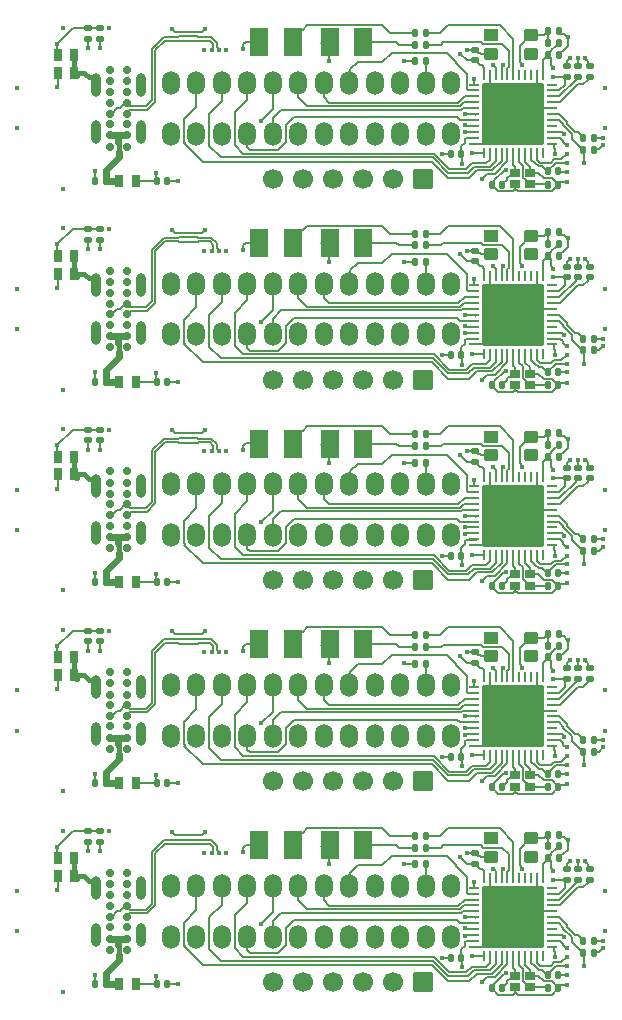
<source format=gbl>
G04*
G04 #@! TF.GenerationSoftware,Altium Limited,Altium Designer,25.5.2 (35)*
G04*
G04 Layer_Physical_Order=4*
G04 Layer_Color=16711680*
%FSLAX44Y44*%
%MOMM*%
G71*
G04*
G04 #@! TF.SameCoordinates,67B56F09-9997-41D6-AB2B-D5ECDE41145E*
G04*
G04*
G04 #@! TF.FilePolarity,Positive*
G04*
G01*
G75*
%ADD10C,0.1500*%
%ADD11C,0.4000*%
%ADD12C,0.6000*%
%ADD15O,1.5000X2.0000*%
%ADD16O,0.8000X2.0000*%
%ADD17C,0.7000*%
G04:AMPARAMS|DCode=18|XSize=1.7mm|YSize=1.7mm|CornerRadius=0.05mm|HoleSize=0mm|Usage=FLASHONLY|Rotation=180.000|XOffset=0mm|YOffset=0mm|HoleType=Round|Shape=RoundedRectangle|*
%AMROUNDEDRECTD18*
21,1,1.7000,1.6000,0,0,180.0*
21,1,1.6000,1.7000,0,0,180.0*
1,1,0.1000,-0.8000,0.8000*
1,1,0.1000,0.8000,0.8000*
1,1,0.1000,0.8000,-0.8000*
1,1,0.1000,-0.8000,-0.8000*
%
%ADD18ROUNDEDRECTD18*%
%ADD19C,1.7000*%
%ADD20C,0.5000*%
%ADD21C,0.4500*%
G04:AMPARAMS|DCode=23|XSize=0.72mm|YSize=0.99mm|CornerRadius=0.09mm|HoleSize=0mm|Usage=FLASHONLY|Rotation=180.000|XOffset=0mm|YOffset=0mm|HoleType=Round|Shape=RoundedRectangle|*
%AMROUNDEDRECTD23*
21,1,0.7200,0.8100,0,0,180.0*
21,1,0.5400,0.9900,0,0,180.0*
1,1,0.1800,-0.2700,0.4050*
1,1,0.1800,0.2700,0.4050*
1,1,0.1800,0.2700,-0.4050*
1,1,0.1800,-0.2700,-0.4050*
%
%ADD23ROUNDEDRECTD23*%
G04:AMPARAMS|DCode=24|XSize=0.55mm|YSize=0.6mm|CornerRadius=0.0688mm|HoleSize=0mm|Usage=FLASHONLY|Rotation=0.000|XOffset=0mm|YOffset=0mm|HoleType=Round|Shape=RoundedRectangle|*
%AMROUNDEDRECTD24*
21,1,0.5500,0.4625,0,0,0.0*
21,1,0.4125,0.6000,0,0,0.0*
1,1,0.1375,0.2063,-0.2313*
1,1,0.1375,-0.2063,-0.2313*
1,1,0.1375,-0.2063,0.2313*
1,1,0.1375,0.2063,0.2313*
%
%ADD24ROUNDEDRECTD24*%
G04:AMPARAMS|DCode=25|XSize=0.55mm|YSize=0.6mm|CornerRadius=0.0688mm|HoleSize=0mm|Usage=FLASHONLY|Rotation=90.000|XOffset=0mm|YOffset=0mm|HoleType=Round|Shape=RoundedRectangle|*
%AMROUNDEDRECTD25*
21,1,0.5500,0.4625,0,0,90.0*
21,1,0.4125,0.6000,0,0,90.0*
1,1,0.1375,0.2313,0.2063*
1,1,0.1375,0.2313,-0.2063*
1,1,0.1375,-0.2313,-0.2063*
1,1,0.1375,-0.2313,0.2063*
%
%ADD25ROUNDEDRECTD25*%
G04:AMPARAMS|DCode=26|XSize=0.25mm|YSize=0.85mm|CornerRadius=0.05mm|HoleSize=0mm|Usage=FLASHONLY|Rotation=180.000|XOffset=0mm|YOffset=0mm|HoleType=Round|Shape=RoundedRectangle|*
%AMROUNDEDRECTD26*
21,1,0.2500,0.7500,0,0,180.0*
21,1,0.1500,0.8500,0,0,180.0*
1,1,0.1000,-0.0750,0.3750*
1,1,0.1000,0.0750,0.3750*
1,1,0.1000,0.0750,-0.3750*
1,1,0.1000,-0.0750,-0.3750*
%
%ADD26ROUNDEDRECTD26*%
G04:AMPARAMS|DCode=27|XSize=0.25mm|YSize=0.85mm|CornerRadius=0.05mm|HoleSize=0mm|Usage=FLASHONLY|Rotation=90.000|XOffset=0mm|YOffset=0mm|HoleType=Round|Shape=RoundedRectangle|*
%AMROUNDEDRECTD27*
21,1,0.2500,0.7500,0,0,90.0*
21,1,0.1500,0.8500,0,0,90.0*
1,1,0.1000,0.3750,0.0750*
1,1,0.1000,0.3750,-0.0750*
1,1,0.1000,-0.3750,-0.0750*
1,1,0.1000,-0.3750,0.0750*
%
%ADD27ROUNDEDRECTD27*%
G04:AMPARAMS|DCode=28|XSize=5.2mm|YSize=5.2mm|CornerRadius=0.05mm|HoleSize=0mm|Usage=FLASHONLY|Rotation=180.000|XOffset=0mm|YOffset=0mm|HoleType=Round|Shape=RoundedRectangle|*
%AMROUNDEDRECTD28*
21,1,5.2000,5.1000,0,0,180.0*
21,1,5.1000,5.2000,0,0,180.0*
1,1,0.1000,-2.5500,2.5500*
1,1,0.1000,2.5500,2.5500*
1,1,0.1000,2.5500,-2.5500*
1,1,0.1000,-2.5500,-2.5500*
%
%ADD28ROUNDEDRECTD28*%
G04:AMPARAMS|DCode=29|XSize=0.2mm|YSize=0.6mm|CornerRadius=0.05mm|HoleSize=0mm|Usage=FLASHONLY|Rotation=270.000|XOffset=0mm|YOffset=0mm|HoleType=Round|Shape=RoundedRectangle|*
%AMROUNDEDRECTD29*
21,1,0.2000,0.5000,0,0,270.0*
21,1,0.1000,0.6000,0,0,270.0*
1,1,0.1000,-0.2500,-0.0500*
1,1,0.1000,-0.2500,0.0500*
1,1,0.1000,0.2500,0.0500*
1,1,0.1000,0.2500,-0.0500*
%
%ADD29ROUNDEDRECTD29*%
G04:AMPARAMS|DCode=30|XSize=0.775mm|YSize=0.675mm|CornerRadius=0.0338mm|HoleSize=0mm|Usage=FLASHONLY|Rotation=0.000|XOffset=0mm|YOffset=0mm|HoleType=Round|Shape=RoundedRectangle|*
%AMROUNDEDRECTD30*
21,1,0.7750,0.6075,0,0,0.0*
21,1,0.7075,0.6750,0,0,0.0*
1,1,0.0675,0.3538,-0.3038*
1,1,0.0675,-0.3538,-0.3038*
1,1,0.0675,-0.3538,0.3038*
1,1,0.0675,0.3538,0.3038*
%
%ADD30ROUNDEDRECTD30*%
G04:AMPARAMS|DCode=31|XSize=1.15mm|YSize=1.05mm|CornerRadius=0.1313mm|HoleSize=0mm|Usage=FLASHONLY|Rotation=0.000|XOffset=0mm|YOffset=0mm|HoleType=Round|Shape=RoundedRectangle|*
%AMROUNDEDRECTD31*
21,1,1.1500,0.7875,0,0,0.0*
21,1,0.8875,1.0500,0,0,0.0*
1,1,0.2625,0.4438,-0.3938*
1,1,0.2625,-0.4438,-0.3938*
1,1,0.2625,-0.4438,0.3938*
1,1,0.2625,0.4438,0.3938*
%
%ADD31ROUNDEDRECTD31*%
G04:AMPARAMS|DCode=32|XSize=1.6mm|YSize=2.4mm|CornerRadius=0.05mm|HoleSize=0mm|Usage=FLASHONLY|Rotation=0.000|XOffset=0mm|YOffset=0mm|HoleType=Round|Shape=RoundedRectangle|*
%AMROUNDEDRECTD32*
21,1,1.6000,2.3000,0,0,0.0*
21,1,1.5000,2.4000,0,0,0.0*
1,1,0.1000,0.7500,-1.1500*
1,1,0.1000,-0.7500,-1.1500*
1,1,0.1000,-0.7500,1.1500*
1,1,0.1000,0.7500,1.1500*
%
%ADD32ROUNDEDRECTD32*%
%ADD33R,1.1500X1.0500*%
%ADD34C,0.4897*%
%ADD35C,0.2000*%
D10*
X961004Y700854D02*
Y701754D01*
X951004D02*
X953004Y703754D01*
X937488Y682004D02*
X952738Y697254D01*
X932504Y687004D02*
X937155D01*
X951004Y700854D02*
Y701754D01*
X953004Y703754D02*
X953254D01*
X952738Y697254D02*
X957404D01*
X961004Y700854D01*
X937155Y687004D02*
X951004Y700854D01*
X941692Y696931D02*
Y702192D01*
X941567Y702317D02*
X941692Y702192D01*
X932504Y692004D02*
X936764D01*
X941692Y696931D01*
X923254Y705004D02*
Y717504D01*
X898254Y672004D02*
X918254Y692004D01*
Y705004D01*
X888640Y731004D02*
X894504Y725140D01*
Y711890D02*
Y725140D01*
X886704Y747504D02*
X898254Y735954D01*
Y705004D02*
Y735954D01*
X893254Y710640D02*
X894504Y711890D01*
X893254Y705004D02*
Y710640D01*
X889504Y712442D02*
Y713254D01*
X888254Y711192D02*
X889504Y712442D01*
X888254Y705004D02*
Y711192D01*
X880754Y713254D02*
X883254Y710754D01*
Y705004D02*
Y710754D01*
X879456Y696052D02*
X879504D01*
X878254Y697254D02*
X879456Y696052D01*
X878254Y697254D02*
Y705004D01*
X865754Y717504D02*
X866004D01*
X870254Y713254D01*
X871254D01*
X873254Y711254D01*
Y705004D02*
Y711254D01*
X943504Y663611D02*
Y665265D01*
X936764Y672004D02*
X943504Y665265D01*
X931254Y672004D02*
X936764D01*
X931254Y672004D02*
X931254Y672004D01*
X940504Y662368D02*
Y663265D01*
X936764Y667004D02*
X940504Y663265D01*
X931254Y667004D02*
X936764D01*
X918254Y633494D02*
X920744Y631004D01*
X918254Y633494D02*
Y639004D01*
X916874Y630624D02*
X919744Y627754D01*
X916124Y630624D02*
X916874D01*
X913254Y633494D02*
X916124Y630624D01*
X913254Y633494D02*
Y639004D01*
X913254Y639004D02*
X913254Y639004D01*
X912129Y622374D02*
X912401Y622647D01*
Y627504D01*
X908254Y631652D02*
X912401Y627504D01*
X908254Y631652D02*
Y639004D01*
X908335Y616749D02*
X909504Y615580D01*
X907670Y616749D02*
X908335D01*
X906257Y618163D02*
X907670Y616749D01*
X906257Y618163D02*
Y626586D01*
X906256Y626586D02*
X906257Y626586D01*
X906256Y626586D02*
Y628357D01*
X903254Y631360D02*
X906256Y628357D01*
X903254Y631360D02*
Y639004D01*
X898254Y629134D02*
X899884Y627504D01*
X898254Y629134D02*
Y639004D01*
Y631817D02*
Y639004D01*
X882265Y621254D02*
X893254Y632244D01*
Y639004D01*
X880265Y624254D02*
X888254Y632244D01*
Y639004D01*
X878265Y627254D02*
X883254Y632244D01*
Y639004D01*
X875014Y630254D02*
X878254Y633494D01*
Y639004D01*
X878254Y639004D01*
X872754Y639004D02*
X873254Y638504D01*
X863254Y639004D02*
X872754D01*
X873254Y637879D02*
Y638504D01*
X865004Y697504D02*
Y702004D01*
X865504Y697004D02*
X866504D01*
X865004Y697504D02*
X865504Y697004D01*
X854143Y644780D02*
X857004Y647640D01*
Y650861D01*
X857883Y651740D01*
X866239D01*
X857504Y656504D02*
X858004Y657004D01*
X866504D01*
X858004Y662004D02*
X866004D01*
X866004Y662004D01*
X857504Y662504D02*
X858004Y662004D01*
X852757Y667004D02*
X866504D01*
X850470Y669291D02*
X852757Y667004D01*
X854143Y637879D02*
Y644780D01*
X857504Y672004D02*
X866004D01*
X858712Y692883D02*
Y706311D01*
Y692883D02*
X859591Y692004D01*
X866504D01*
X849504Y715520D02*
Y716011D01*
X841761Y723754D02*
X849504Y716011D01*
Y715520D02*
X858712Y706311D01*
X932504Y682004D02*
X937488D01*
X961004Y701754D02*
X963004Y703754D01*
X932504Y657004D02*
X939125D01*
X941125Y655004D02*
X941504D01*
X939125Y657004D02*
X941125Y655004D01*
X938014Y652004D02*
X940504Y649515D01*
X932504Y652004D02*
X932504Y652004D01*
X940504Y648126D02*
Y649515D01*
Y648126D02*
X942875Y645754D01*
X943254D01*
X932504Y652004D02*
X938014D01*
X950361Y656754D02*
X953004D01*
X947754Y651104D02*
Y655118D01*
X943504Y663611D02*
X950361Y656754D01*
X940504Y662368D02*
X947754Y655118D01*
X954604Y644254D02*
X955504D01*
X957504Y642254D01*
X947754Y651104D02*
X954604Y644254D01*
X957504Y642004D02*
Y642254D01*
Y642004D02*
X957879Y641629D01*
X953004Y656754D02*
X958004Y651754D01*
X853165Y723254D02*
X853342D01*
X859092Y717504D01*
X865754D01*
X569751Y681504D02*
X571004D01*
X565250Y677003D02*
X569751Y681504D01*
X562756Y677003D02*
X565250D01*
X558257Y672504D02*
X562756Y677003D01*
X557004Y672504D02*
X558257D01*
X571004D02*
X574004Y675504D01*
X588119D01*
X595004Y682389D01*
Y726004D01*
X603254Y734254D01*
X614654D01*
X571004Y681504D02*
X574004Y678504D01*
X586877D01*
X592004Y683632D01*
Y727247D01*
X602011Y737254D01*
X614654D01*
X644254Y727747D02*
Y731262D01*
X959254Y719001D02*
X961130Y717126D01*
Y714754D02*
Y717126D01*
Y714754D02*
X963130Y712754D01*
X963254D01*
X642852Y726345D02*
X644254Y727747D01*
X959254Y719001D02*
Y719504D01*
X631354Y734254D02*
X641261D01*
X630854Y733754D02*
X631354Y734254D01*
X641261D02*
X644254Y731262D01*
X627104Y733754D02*
X630854D01*
X614654Y734254D02*
X615154Y733754D01*
X618904D02*
X627104D01*
X615154D02*
X618904D01*
X647254Y728559D02*
Y732504D01*
Y728559D02*
X648852Y726961D01*
X953254Y712754D02*
Y719504D01*
X648852Y726345D02*
Y726961D01*
X627104Y737754D02*
X627104Y737754D01*
X630854D01*
X631354Y737254D02*
X642504D01*
X630854Y737754D02*
X631354Y737254D01*
X614654Y737254D02*
X615154Y737754D01*
X618904D02*
X627104D01*
X615154D02*
X618904D01*
X642504Y737254D02*
X647254Y732504D01*
X548254Y727754D02*
Y735754D01*
X824220Y698467D02*
X824254Y698501D01*
Y716754D01*
X787320Y716004D02*
X795070Y723754D01*
X841761D01*
X799037Y733004D02*
X801287Y730754D01*
X815254D01*
X771254Y733004D02*
X799037D01*
X824254Y730754D02*
X836986D01*
X836320Y740754D02*
X843070Y747504D01*
X824254Y740754D02*
X836320D01*
X843070Y747504D02*
X886704D01*
X793504Y740754D02*
X815254D01*
X759450Y698467D02*
X760234Y699251D01*
Y709838D01*
X766400Y716004D01*
X787320D01*
X836986Y730754D02*
X838986Y732754D01*
X870968D01*
X596004Y622504D02*
X596004Y615504D01*
X936504Y731754D02*
Y733004D01*
X927004Y623504D02*
X934254Y630754D01*
X854393Y630008D02*
Y638004D01*
X596004Y615504D02*
Y615504D01*
X619682Y647359D02*
X635275Y631766D01*
X829157D01*
X843169Y617754D01*
X860703D01*
X620004Y647359D02*
Y647681D01*
X650335Y635260D02*
X829906D01*
X669553Y638504D02*
X830904D01*
X640705Y644890D02*
X650335Y635260D01*
X829906D02*
X842787Y622379D01*
X830904Y638504D02*
X844029Y625379D01*
X662295Y645762D02*
X669553Y638504D01*
X662295Y645762D02*
Y673545D01*
X844029Y625379D02*
X858023D01*
X842787Y622379D02*
X859663D01*
X640705Y644890D02*
Y671955D01*
X867203Y624254D02*
X880265D01*
X860703Y617754D02*
X867203Y624254D01*
X859663Y622379D02*
X864538Y627254D01*
X858023Y625379D02*
X862898Y630254D01*
X871754Y617004D02*
X876004Y621254D01*
X882265D01*
X865754Y726504D02*
X866004D01*
X868504Y724004D01*
X869905D01*
X870655Y723254D01*
X879504D01*
X888640Y731004D02*
X888640Y731004D01*
X872719Y731004D02*
X888640D01*
X870968Y732754D02*
X872719Y731004D01*
X629910Y678327D02*
Y698467D01*
X619115Y667532D02*
X629910Y678327D01*
X619115Y648570D02*
Y667532D01*
Y648570D02*
X620004Y647681D01*
X866239Y651740D02*
X866504Y652004D01*
Y647004D02*
X874504D01*
X673090Y643918D02*
X675217Y641791D01*
X698696D01*
X673090Y643918D02*
Y655541D01*
X698696Y641791D02*
X705475Y648570D01*
X712253Y669291D02*
X850470D01*
X866004Y672004D02*
X866754Y671254D01*
X705475Y648570D02*
Y662513D01*
X712253Y669291D01*
X694680Y668930D02*
X701467Y675717D01*
X854198D01*
X694680Y655541D02*
Y668930D01*
X855485Y677004D02*
X866504D01*
X854198Y675717D02*
X855485Y677004D01*
X673090Y684340D02*
Y698467D01*
X662295Y673545D02*
X673090Y684340D01*
X651500Y682750D02*
Y698467D01*
X640705Y671955D02*
X651500Y682750D01*
X856242Y682004D02*
X866504D01*
X852955Y678717D02*
X856242Y682004D01*
X737860Y686217D02*
X742360Y681717D01*
X857000Y687004D02*
X866504D01*
X858754Y726504D02*
X865754D01*
X669504Y731004D02*
X671754Y733254D01*
X669504Y727254D02*
Y731004D01*
X671754Y733254D02*
X681254D01*
X512254Y731754D02*
X525254Y744754D01*
X548254D01*
X544004Y615504D02*
Y623504D01*
X943254Y717004D02*
X945754Y719504D01*
X943254Y712754D02*
Y717004D01*
X927504Y732004D02*
Y742004D01*
X912504Y738754D02*
X924504D01*
X927504Y741754D01*
X932004Y710754D02*
Y711383D01*
X927504Y721754D02*
X930004Y719254D01*
Y713383D02*
Y719254D01*
Y713383D02*
X932004Y711383D01*
X892553Y606567D02*
X898187D01*
X885504Y606504D02*
X892490D01*
X892553Y606567D01*
X899884Y608263D02*
Y612629D01*
X880004Y612004D02*
X885504Y606504D01*
X898187Y606567D02*
X899884Y608263D01*
X912129Y612629D02*
X926879D01*
X909504Y615254D02*
Y615580D01*
Y615254D02*
X912129Y612629D01*
X912129Y622374D02*
X919324D01*
X901883Y606504D02*
X914163D01*
X900004Y608383D02*
X901883Y606504D01*
X914163Y606567D02*
X930816D01*
X882004Y614504D02*
Y615905D01*
X890029Y623930D02*
X891430D01*
X936004Y612254D02*
X938035Y614286D01*
X922744Y627754D02*
X926999Y623499D01*
X919744Y627754D02*
X922744D01*
X920744Y631004D02*
X930262D01*
X933011Y633754D01*
X938754D02*
X943254Y638254D01*
X934254Y630754D02*
X943254D01*
X926999Y623499D02*
Y623499D01*
X932754Y643254D02*
X933254Y642754D01*
Y638254D02*
Y642754D01*
X932754Y643254D02*
Y646254D01*
X957879Y631129D02*
X958254Y630754D01*
X963004Y703754D02*
X963254D01*
X927504Y721754D02*
Y722004D01*
X923254Y717504D02*
X927504Y721754D01*
X928254Y723004D02*
X930328Y725078D01*
X957879Y631129D02*
Y641629D01*
X932004Y703754D02*
X943254D01*
X932504Y692004D02*
X932504Y692004D01*
X936504Y722754D02*
X937004D01*
X936504Y741754D02*
X938504Y739754D01*
X940942D01*
X933011Y633754D02*
X938754D01*
X578504Y615504D02*
X596004D01*
X786754Y747504D02*
X793504Y740754D01*
X694680Y676180D02*
Y698467D01*
X684754Y666254D02*
X694680Y676180D01*
X716270Y686217D02*
X723770Y678717D01*
X851712Y681717D02*
X857000Y687004D01*
X864538Y627254D02*
X878265D01*
X862898Y630254D02*
X875014D01*
X893125Y618226D02*
X894653Y619754D01*
X897264D01*
X942785Y614286D02*
X943254Y614754D01*
X880004Y612004D02*
Y612254D01*
X891430Y623930D02*
X892004Y624504D01*
X882004Y615905D02*
X890029Y623930D01*
X880004Y612504D02*
X882004Y614504D01*
X938035Y614286D02*
X942785D01*
X923820Y617879D02*
X930879D01*
X936254Y612504D01*
Y612004D02*
Y612504D01*
X919324Y622374D02*
X923820Y617879D01*
X930816Y606567D02*
X936254Y612004D01*
X926879Y612629D02*
X927254Y612254D01*
X899884Y622374D02*
Y627504D01*
X889004Y612504D02*
X893125Y616626D01*
X897264Y619754D02*
X899884Y622374D01*
X893125Y616626D02*
Y618226D01*
X889004Y612254D02*
Y612504D01*
X934504Y729754D02*
X936504Y731754D01*
X930328Y726021D02*
X934061Y729754D01*
X930328Y725078D02*
Y726021D01*
X934061Y729754D02*
X934504D01*
X927504Y723004D02*
X928254D01*
X837893Y637879D02*
X845143D01*
X944504Y729354D02*
Y737004D01*
X936504Y741754D02*
Y743504D01*
X937004Y722754D02*
X939504Y725254D01*
X940405D01*
X943692Y737004D02*
X944504D01*
X940405Y725254D02*
X944504Y729354D01*
X940942Y739754D02*
X943692Y737004D01*
X718043Y743625D02*
X719883D01*
X723762Y747504D01*
X786754D01*
X718043Y743625D02*
X719333D01*
X905754Y713254D02*
Y714066D01*
X903504Y729754D02*
X912504Y738754D01*
X723770Y678717D02*
X852955D01*
X742360Y681717D02*
X851712D01*
X903504Y716316D02*
X905754Y714066D01*
X903504Y716316D02*
Y729754D01*
X709754Y733254D02*
Y736626D01*
X716754Y743625D01*
X718043D01*
X716270Y686217D02*
Y698467D01*
X737860Y686217D02*
Y698467D01*
X961004Y870854D02*
Y871754D01*
X951004D02*
X953004Y873754D01*
X937488Y852004D02*
X952738Y867254D01*
X932504Y857004D02*
X937155D01*
X951004Y870854D02*
Y871754D01*
X953004Y873754D02*
X953254D01*
X952738Y867254D02*
X957404D01*
X961004Y870854D01*
X937155Y857004D02*
X951004Y870854D01*
X941692Y866931D02*
Y872192D01*
X941567Y872317D02*
X941692Y872192D01*
X932504Y862004D02*
X936764D01*
X941692Y866931D01*
X923254Y875004D02*
Y887504D01*
X898254Y842004D02*
X918254Y862004D01*
Y875004D01*
X888640Y901004D02*
X894504Y895140D01*
Y881890D02*
Y895140D01*
X886704Y917504D02*
X898254Y905954D01*
Y875004D02*
Y905954D01*
X893254Y880640D02*
X894504Y881890D01*
X893254Y875004D02*
Y880640D01*
X889504Y882442D02*
Y883254D01*
X888254Y881192D02*
X889504Y882442D01*
X888254Y875004D02*
Y881192D01*
X880754Y883254D02*
X883254Y880754D01*
Y875004D02*
Y880754D01*
X879456Y866052D02*
X879504D01*
X878254Y867254D02*
X879456Y866052D01*
X878254Y867254D02*
Y875004D01*
X865754Y887504D02*
X866004D01*
X870254Y883254D01*
X871254D01*
X873254Y881254D01*
Y875004D02*
Y881254D01*
X943504Y833611D02*
Y835265D01*
X936764Y842004D02*
X943504Y835265D01*
X931254Y842004D02*
X936764D01*
X931254Y842004D02*
X931254Y842004D01*
X940504Y832368D02*
Y833265D01*
X936764Y837004D02*
X940504Y833265D01*
X931254Y837004D02*
X936764D01*
X918254Y803494D02*
X920744Y801004D01*
X918254Y803494D02*
Y809004D01*
X916874Y800624D02*
X919744Y797754D01*
X916124Y800624D02*
X916874D01*
X913254Y803494D02*
X916124Y800624D01*
X913254Y803494D02*
Y809004D01*
X913254Y809004D02*
X913254Y809004D01*
X912129Y792374D02*
X912401Y792647D01*
Y797504D01*
X908254Y801652D02*
X912401Y797504D01*
X908254Y801652D02*
Y809004D01*
X908335Y786749D02*
X909504Y785580D01*
X907670Y786749D02*
X908335D01*
X906257Y788163D02*
X907670Y786749D01*
X906257Y788163D02*
Y796586D01*
X906256Y796586D02*
X906257Y796586D01*
X906256Y796586D02*
Y798357D01*
X903254Y801360D02*
X906256Y798357D01*
X903254Y801360D02*
Y809004D01*
X898254Y799134D02*
X899884Y797504D01*
X898254Y799134D02*
Y809004D01*
Y801817D02*
Y809004D01*
X882265Y791254D02*
X893254Y802244D01*
Y809004D01*
X880265Y794254D02*
X888254Y802244D01*
Y809004D01*
X878265Y797254D02*
X883254Y802244D01*
Y809004D01*
X875014Y800254D02*
X878254Y803494D01*
Y809004D01*
X878254Y809004D01*
X872754Y809004D02*
X873254Y808504D01*
X863254Y809004D02*
X872754D01*
X873254Y807879D02*
Y808504D01*
X865004Y867504D02*
Y872004D01*
X865504Y867004D02*
X866504D01*
X865004Y867504D02*
X865504Y867004D01*
X854143Y814780D02*
X857004Y817640D01*
Y820861D01*
X857883Y821740D01*
X866239D01*
X857504Y826504D02*
X858004Y827004D01*
X866504D01*
X858004Y832004D02*
X866004D01*
X866004Y832004D01*
X857504Y832504D02*
X858004Y832004D01*
X852757Y837004D02*
X866504D01*
X850470Y839291D02*
X852757Y837004D01*
X854143Y807879D02*
Y814780D01*
X857504Y842004D02*
X866004D01*
X858712Y862883D02*
Y876311D01*
Y862883D02*
X859591Y862004D01*
X866504D01*
X849504Y885520D02*
Y886011D01*
X841761Y893754D02*
X849504Y886011D01*
Y885520D02*
X858712Y876311D01*
X932504Y852004D02*
X937488D01*
X961004Y871754D02*
X963004Y873754D01*
X932504Y827004D02*
X939125D01*
X941125Y825004D02*
X941504D01*
X939125Y827004D02*
X941125Y825004D01*
X938014Y822004D02*
X940504Y819515D01*
X932504Y822004D02*
X932504Y822004D01*
X940504Y818126D02*
Y819515D01*
Y818126D02*
X942875Y815754D01*
X943254D01*
X932504Y822004D02*
X938014D01*
X950361Y826754D02*
X953004D01*
X947754Y821104D02*
Y825118D01*
X943504Y833611D02*
X950361Y826754D01*
X940504Y832368D02*
X947754Y825118D01*
X954604Y814254D02*
X955504D01*
X957504Y812254D01*
X947754Y821104D02*
X954604Y814254D01*
X957504Y812004D02*
Y812254D01*
Y812004D02*
X957879Y811629D01*
X953004Y826754D02*
X958004Y821754D01*
X853165Y893254D02*
X853342D01*
X859092Y887504D01*
X865754D01*
X569751Y851504D02*
X571004D01*
X565250Y847003D02*
X569751Y851504D01*
X562756Y847003D02*
X565250D01*
X558257Y842504D02*
X562756Y847003D01*
X557004Y842504D02*
X558257D01*
X571004D02*
X574004Y845504D01*
X588119D01*
X595004Y852389D01*
Y896004D01*
X603254Y904254D01*
X614654D01*
X571004Y851504D02*
X574004Y848504D01*
X586877D01*
X592004Y853632D01*
Y897247D01*
X602011Y907254D01*
X614654D01*
X644254Y897747D02*
Y901262D01*
X959254Y889001D02*
X961130Y887126D01*
Y884754D02*
Y887126D01*
Y884754D02*
X963130Y882754D01*
X963254D01*
X642852Y896345D02*
X644254Y897747D01*
X959254Y889001D02*
Y889504D01*
X631354Y904254D02*
X641261D01*
X630854Y903754D02*
X631354Y904254D01*
X641261D02*
X644254Y901262D01*
X627104Y903754D02*
X630854D01*
X614654Y904254D02*
X615154Y903754D01*
X618904D02*
X627104D01*
X615154D02*
X618904D01*
X647254Y898559D02*
Y902504D01*
Y898559D02*
X648852Y896961D01*
X953254Y882754D02*
Y889504D01*
X648852Y896345D02*
Y896961D01*
X627104Y907754D02*
X627104Y907754D01*
X630854D01*
X631354Y907254D02*
X642504D01*
X630854Y907754D02*
X631354Y907254D01*
X614654Y907254D02*
X615154Y907754D01*
X618904D02*
X627104D01*
X615154D02*
X618904D01*
X642504Y907254D02*
X647254Y902504D01*
X548254Y897754D02*
Y905754D01*
X824220Y868467D02*
X824254Y868501D01*
Y886754D01*
X787320Y886004D02*
X795070Y893754D01*
X841761D01*
X799037Y903004D02*
X801287Y900754D01*
X815254D01*
X771254Y903004D02*
X799037D01*
X824254Y900754D02*
X836986D01*
X836320Y910754D02*
X843070Y917504D01*
X824254Y910754D02*
X836320D01*
X843070Y917504D02*
X886704D01*
X793504Y910754D02*
X815254D01*
X759450Y868467D02*
X760234Y869251D01*
Y879838D01*
X766400Y886004D01*
X787320D01*
X836986Y900754D02*
X838986Y902754D01*
X870968D01*
X596004Y792504D02*
X596004Y785504D01*
X936504Y901754D02*
Y903004D01*
X927004Y793504D02*
X934254Y800754D01*
X854393Y800008D02*
Y808004D01*
X596004Y785504D02*
Y785504D01*
X619682Y817359D02*
X635275Y801766D01*
X829157D01*
X843169Y787754D01*
X860703D01*
X620004Y817359D02*
Y817681D01*
X650335Y805260D02*
X829906D01*
X669553Y808504D02*
X830904D01*
X640705Y814890D02*
X650335Y805260D01*
X829906D02*
X842787Y792379D01*
X830904Y808504D02*
X844029Y795379D01*
X662295Y815762D02*
X669553Y808504D01*
X662295Y815762D02*
Y843545D01*
X844029Y795379D02*
X858023D01*
X842787Y792379D02*
X859663D01*
X640705Y814890D02*
Y841955D01*
X867203Y794254D02*
X880265D01*
X860703Y787754D02*
X867203Y794254D01*
X859663Y792379D02*
X864538Y797254D01*
X858023Y795379D02*
X862898Y800254D01*
X871754Y787004D02*
X876004Y791254D01*
X882265D01*
X865754Y896504D02*
X866004D01*
X868504Y894004D01*
X869905D01*
X870655Y893254D01*
X879504D01*
X888640Y901004D02*
X888640Y901004D01*
X872719Y901004D02*
X888640D01*
X870968Y902754D02*
X872719Y901004D01*
X629910Y848327D02*
Y868467D01*
X619115Y837532D02*
X629910Y848327D01*
X619115Y818570D02*
Y837532D01*
Y818570D02*
X620004Y817681D01*
X866239Y821740D02*
X866504Y822004D01*
Y817004D02*
X874504D01*
X673090Y813918D02*
X675217Y811791D01*
X698696D01*
X673090Y813918D02*
Y825541D01*
X698696Y811791D02*
X705475Y818570D01*
X712253Y839291D02*
X850470D01*
X866004Y842004D02*
X866754Y841254D01*
X705475Y818570D02*
Y832513D01*
X712253Y839291D01*
X694680Y838930D02*
X701467Y845717D01*
X854198D01*
X694680Y825541D02*
Y838930D01*
X855485Y847004D02*
X866504D01*
X854198Y845717D02*
X855485Y847004D01*
X673090Y854340D02*
Y868467D01*
X662295Y843545D02*
X673090Y854340D01*
X651500Y852750D02*
Y868467D01*
X640705Y841955D02*
X651500Y852750D01*
X856242Y852004D02*
X866504D01*
X852955Y848717D02*
X856242Y852004D01*
X737860Y856217D02*
X742360Y851717D01*
X857000Y857004D02*
X866504D01*
X858754Y896504D02*
X865754D01*
X669504Y901004D02*
X671754Y903254D01*
X669504Y897254D02*
Y901004D01*
X671754Y903254D02*
X681254D01*
X512254Y901754D02*
X525254Y914754D01*
X548254D01*
X544004Y785504D02*
Y793504D01*
X943254Y887004D02*
X945754Y889504D01*
X943254Y882754D02*
Y887004D01*
X927504Y902004D02*
Y912004D01*
X912504Y908754D02*
X924504D01*
X927504Y911754D01*
X932004Y880754D02*
Y881383D01*
X927504Y891754D02*
X930004Y889254D01*
Y883383D02*
Y889254D01*
Y883383D02*
X932004Y881383D01*
X892553Y776567D02*
X898187D01*
X885504Y776504D02*
X892490D01*
X892553Y776567D01*
X899884Y778263D02*
Y782629D01*
X880004Y782004D02*
X885504Y776504D01*
X898187Y776567D02*
X899884Y778263D01*
X912129Y782629D02*
X926879D01*
X909504Y785254D02*
Y785580D01*
Y785254D02*
X912129Y782629D01*
X912129Y792374D02*
X919324D01*
X901883Y776504D02*
X914163D01*
X900004Y778383D02*
X901883Y776504D01*
X914163Y776567D02*
X930816D01*
X882004Y784504D02*
Y785905D01*
X890029Y793930D02*
X891430D01*
X936004Y782254D02*
X938035Y784286D01*
X922744Y797754D02*
X926999Y793499D01*
X919744Y797754D02*
X922744D01*
X920744Y801004D02*
X930262D01*
X933011Y803754D01*
X938754D02*
X943254Y808254D01*
X934254Y800754D02*
X943254D01*
X926999Y793499D02*
Y793499D01*
X932754Y813254D02*
X933254Y812754D01*
Y808254D02*
Y812754D01*
X932754Y813254D02*
Y816254D01*
X957879Y801129D02*
X958254Y800754D01*
X963004Y873754D02*
X963254D01*
X927504Y891754D02*
Y892004D01*
X923254Y887504D02*
X927504Y891754D01*
X928254Y893004D02*
X930328Y895078D01*
X957879Y801129D02*
Y811629D01*
X932004Y873754D02*
X943254D01*
X932504Y862004D02*
X932504Y862004D01*
X936504Y892754D02*
X937004D01*
X936504Y911754D02*
X938504Y909754D01*
X940942D01*
X933011Y803754D02*
X938754D01*
X578504Y785504D02*
X596004D01*
X786754Y917504D02*
X793504Y910754D01*
X694680Y846180D02*
Y868467D01*
X684754Y836254D02*
X694680Y846180D01*
X716270Y856217D02*
X723770Y848717D01*
X851712Y851717D02*
X857000Y857004D01*
X864538Y797254D02*
X878265D01*
X862898Y800254D02*
X875014D01*
X893125Y788226D02*
X894653Y789754D01*
X897264D01*
X942785Y784286D02*
X943254Y784754D01*
X880004Y782004D02*
Y782254D01*
X891430Y793930D02*
X892004Y794504D01*
X882004Y785905D02*
X890029Y793930D01*
X880004Y782504D02*
X882004Y784504D01*
X938035Y784286D02*
X942785D01*
X923820Y787879D02*
X930879D01*
X936254Y782504D01*
Y782004D02*
Y782504D01*
X919324Y792374D02*
X923820Y787879D01*
X930816Y776567D02*
X936254Y782004D01*
X926879Y782629D02*
X927254Y782254D01*
X899884Y792374D02*
Y797504D01*
X889004Y782504D02*
X893125Y786626D01*
X897264Y789754D02*
X899884Y792374D01*
X893125Y786626D02*
Y788226D01*
X889004Y782254D02*
Y782504D01*
X934504Y899754D02*
X936504Y901754D01*
X930328Y896021D02*
X934061Y899754D01*
X930328Y895078D02*
Y896021D01*
X934061Y899754D02*
X934504D01*
X927504Y893004D02*
X928254D01*
X837893Y807879D02*
X845143D01*
X944504Y899354D02*
Y907004D01*
X936504Y911754D02*
Y913504D01*
X937004Y892754D02*
X939504Y895254D01*
X940405D01*
X943692Y907004D02*
X944504D01*
X940405Y895254D02*
X944504Y899354D01*
X940942Y909754D02*
X943692Y907004D01*
X718043Y913625D02*
X719883D01*
X723762Y917504D01*
X786754D01*
X718043Y913625D02*
X719333D01*
X905754Y883254D02*
Y884066D01*
X903504Y899754D02*
X912504Y908754D01*
X723770Y848717D02*
X852955D01*
X742360Y851717D02*
X851712D01*
X903504Y886316D02*
X905754Y884066D01*
X903504Y886316D02*
Y899754D01*
X709754Y903254D02*
Y906626D01*
X716754Y913625D01*
X718043D01*
X716270Y856217D02*
Y868467D01*
X737860Y856217D02*
Y868467D01*
X961004Y1040854D02*
Y1041754D01*
X951004D02*
X953004Y1043754D01*
X937488Y1022004D02*
X952738Y1037254D01*
X932504Y1027004D02*
X937155D01*
X951004Y1040854D02*
Y1041754D01*
X953004Y1043754D02*
X953254D01*
X952738Y1037254D02*
X957404D01*
X961004Y1040854D01*
X937155Y1027004D02*
X951004Y1040854D01*
X941692Y1036931D02*
Y1042192D01*
X941567Y1042317D02*
X941692Y1042192D01*
X932504Y1032004D02*
X936764D01*
X941692Y1036931D01*
X923254Y1045004D02*
Y1057504D01*
X898254Y1012004D02*
X918254Y1032004D01*
Y1045004D01*
X888640Y1071004D02*
X894504Y1065140D01*
Y1051890D02*
Y1065140D01*
X886704Y1087504D02*
X898254Y1075954D01*
Y1045004D02*
Y1075954D01*
X893254Y1050640D02*
X894504Y1051890D01*
X893254Y1045004D02*
Y1050640D01*
X889504Y1052442D02*
Y1053254D01*
X888254Y1051192D02*
X889504Y1052442D01*
X888254Y1045004D02*
Y1051192D01*
X880754Y1053254D02*
X883254Y1050754D01*
Y1045004D02*
Y1050754D01*
X879456Y1036052D02*
X879504D01*
X878254Y1037254D02*
X879456Y1036052D01*
X878254Y1037254D02*
Y1045004D01*
X865754Y1057504D02*
X866004D01*
X870254Y1053254D01*
X871254D01*
X873254Y1051254D01*
Y1045004D02*
Y1051254D01*
X943504Y1003611D02*
Y1005265D01*
X936764Y1012004D02*
X943504Y1005265D01*
X931254Y1012004D02*
X936764D01*
X931254Y1012004D02*
X931254Y1012004D01*
X940504Y1002368D02*
Y1003265D01*
X936764Y1007004D02*
X940504Y1003265D01*
X931254Y1007004D02*
X936764D01*
X918254Y973494D02*
X920744Y971004D01*
X918254Y973494D02*
Y979004D01*
X916874Y970624D02*
X919744Y967754D01*
X916124Y970624D02*
X916874D01*
X913254Y973494D02*
X916124Y970624D01*
X913254Y973494D02*
Y979004D01*
X913254Y979004D02*
X913254Y979004D01*
X912129Y962374D02*
X912401Y962647D01*
Y967504D01*
X908254Y971652D02*
X912401Y967504D01*
X908254Y971652D02*
Y979004D01*
X908335Y956749D02*
X909504Y955580D01*
X907670Y956749D02*
X908335D01*
X906257Y958163D02*
X907670Y956749D01*
X906257Y958163D02*
Y966586D01*
X906256Y966586D02*
X906257Y966586D01*
X906256Y966586D02*
Y968357D01*
X903254Y971360D02*
X906256Y968357D01*
X903254Y971360D02*
Y979004D01*
X898254Y969134D02*
X899884Y967504D01*
X898254Y969134D02*
Y979004D01*
Y971817D02*
Y979004D01*
X882265Y961254D02*
X893254Y972244D01*
Y979004D01*
X880265Y964254D02*
X888254Y972244D01*
Y979004D01*
X878265Y967254D02*
X883254Y972244D01*
Y979004D01*
X875014Y970254D02*
X878254Y973494D01*
Y979004D01*
X878254Y979004D01*
X872754Y979004D02*
X873254Y978504D01*
X863254Y979004D02*
X872754D01*
X873254Y977879D02*
Y978504D01*
X865004Y1037504D02*
Y1042004D01*
X865504Y1037004D02*
X866504D01*
X865004Y1037504D02*
X865504Y1037004D01*
X854143Y984780D02*
X857004Y987640D01*
Y990861D01*
X857883Y991740D01*
X866239D01*
X857504Y996504D02*
X858004Y997004D01*
X866504D01*
X858004Y1002004D02*
X866004D01*
X866004Y1002004D01*
X857504Y1002504D02*
X858004Y1002004D01*
X852757Y1007004D02*
X866504D01*
X850470Y1009291D02*
X852757Y1007004D01*
X854143Y977879D02*
Y984780D01*
X857504Y1012004D02*
X866004D01*
X858712Y1032883D02*
Y1046311D01*
Y1032883D02*
X859591Y1032004D01*
X866504D01*
X849504Y1055520D02*
Y1056011D01*
X841761Y1063754D02*
X849504Y1056011D01*
Y1055520D02*
X858712Y1046311D01*
X932504Y1022004D02*
X937488D01*
X961004Y1041754D02*
X963004Y1043754D01*
X932504Y997004D02*
X939125D01*
X941125Y995004D02*
X941504D01*
X939125Y997004D02*
X941125Y995004D01*
X938014Y992004D02*
X940504Y989515D01*
X932504Y992004D02*
X932504Y992004D01*
X940504Y988126D02*
Y989515D01*
Y988126D02*
X942875Y985754D01*
X943254D01*
X932504Y992004D02*
X938014D01*
X950361Y996754D02*
X953004D01*
X947754Y991104D02*
Y995118D01*
X943504Y1003611D02*
X950361Y996754D01*
X940504Y1002368D02*
X947754Y995118D01*
X954604Y984254D02*
X955504D01*
X957504Y982254D01*
X947754Y991104D02*
X954604Y984254D01*
X957504Y982004D02*
Y982254D01*
Y982004D02*
X957879Y981629D01*
X953004Y996754D02*
X958004Y991754D01*
X853165Y1063254D02*
X853342D01*
X859092Y1057504D01*
X865754D01*
X569751Y1021504D02*
X571004D01*
X565250Y1017003D02*
X569751Y1021504D01*
X562756Y1017003D02*
X565250D01*
X558257Y1012504D02*
X562756Y1017003D01*
X557004Y1012504D02*
X558257D01*
X571004D02*
X574004Y1015504D01*
X588119D01*
X595004Y1022389D01*
Y1066004D01*
X603254Y1074254D01*
X614654D01*
X571004Y1021504D02*
X574004Y1018504D01*
X586877D01*
X592004Y1023632D01*
Y1067247D01*
X602011Y1077254D01*
X614654D01*
X644254Y1067747D02*
Y1071262D01*
X959254Y1059001D02*
X961130Y1057125D01*
Y1054754D02*
Y1057125D01*
Y1054754D02*
X963130Y1052754D01*
X963254D01*
X642852Y1066345D02*
X644254Y1067747D01*
X959254Y1059001D02*
Y1059504D01*
X631354Y1074254D02*
X641261D01*
X630854Y1073754D02*
X631354Y1074254D01*
X641261D02*
X644254Y1071262D01*
X627104Y1073754D02*
X630854D01*
X614654Y1074254D02*
X615154Y1073754D01*
X618904D02*
X627104D01*
X615154D02*
X618904D01*
X647254Y1068559D02*
Y1072504D01*
Y1068559D02*
X648852Y1066961D01*
X953254Y1052754D02*
Y1059504D01*
X648852Y1066345D02*
Y1066961D01*
X627104Y1077754D02*
X627104Y1077754D01*
X630854D01*
X631354Y1077254D02*
X642504D01*
X630854Y1077754D02*
X631354Y1077254D01*
X614654Y1077254D02*
X615154Y1077754D01*
X618904D02*
X627104D01*
X615154D02*
X618904D01*
X642504Y1077254D02*
X647254Y1072504D01*
X548254Y1067754D02*
Y1075754D01*
X824220Y1038467D02*
X824254Y1038501D01*
Y1056754D01*
X787320Y1056004D02*
X795070Y1063754D01*
X841761D01*
X799037Y1073004D02*
X801287Y1070754D01*
X815254D01*
X771254Y1073004D02*
X799037D01*
X824254Y1070754D02*
X836986D01*
X836320Y1080754D02*
X843070Y1087504D01*
X824254Y1080754D02*
X836320D01*
X843070Y1087504D02*
X886704D01*
X793504Y1080754D02*
X815254D01*
X759450Y1038467D02*
X760234Y1039251D01*
Y1049838D01*
X766400Y1056004D01*
X787320D01*
X836986Y1070754D02*
X838986Y1072754D01*
X870968D01*
X596004Y962504D02*
X596004Y955504D01*
X936504Y1071754D02*
Y1073004D01*
X927004Y963504D02*
X934254Y970754D01*
X854393Y970008D02*
Y978004D01*
X596004Y955504D02*
Y955504D01*
X619682Y987359D02*
X635275Y971766D01*
X829157D01*
X843169Y957754D01*
X860703D01*
X620004Y987359D02*
Y987681D01*
X650335Y975260D02*
X829906D01*
X669553Y978504D02*
X830904D01*
X640705Y984890D02*
X650335Y975260D01*
X829906D02*
X842787Y962379D01*
X830904Y978504D02*
X844029Y965379D01*
X662295Y985762D02*
X669553Y978504D01*
X662295Y985762D02*
Y1013545D01*
X844029Y965379D02*
X858023D01*
X842787Y962379D02*
X859663D01*
X640705Y984890D02*
Y1011955D01*
X867203Y964254D02*
X880265D01*
X860703Y957754D02*
X867203Y964254D01*
X859663Y962379D02*
X864538Y967254D01*
X858023Y965379D02*
X862898Y970254D01*
X871754Y957004D02*
X876004Y961254D01*
X882265D01*
X865754Y1066504D02*
X866004D01*
X868504Y1064004D01*
X869905D01*
X870655Y1063254D01*
X879504D01*
X888640Y1071004D02*
X888640Y1071004D01*
X872719Y1071004D02*
X888640D01*
X870968Y1072754D02*
X872719Y1071004D01*
X629910Y1018327D02*
Y1038467D01*
X619115Y1007532D02*
X629910Y1018327D01*
X619115Y988570D02*
Y1007532D01*
Y988570D02*
X620004Y987681D01*
X866239Y991740D02*
X866504Y992004D01*
Y987004D02*
X874504D01*
X673090Y983918D02*
X675217Y981791D01*
X698696D01*
X673090Y983918D02*
Y995541D01*
X698696Y981791D02*
X705475Y988570D01*
X712253Y1009291D02*
X850470D01*
X866004Y1012004D02*
X866754Y1011254D01*
X705475Y988570D02*
Y1002513D01*
X712253Y1009291D01*
X694680Y1008930D02*
X701467Y1015717D01*
X854198D01*
X694680Y995541D02*
Y1008930D01*
X855485Y1017004D02*
X866504D01*
X854198Y1015717D02*
X855485Y1017004D01*
X673090Y1024340D02*
Y1038467D01*
X662295Y1013545D02*
X673090Y1024340D01*
X651500Y1022750D02*
Y1038467D01*
X640705Y1011955D02*
X651500Y1022750D01*
X856242Y1022004D02*
X866504D01*
X852955Y1018717D02*
X856242Y1022004D01*
X737860Y1026217D02*
X742360Y1021717D01*
X857000Y1027004D02*
X866504D01*
X858754Y1066504D02*
X865754D01*
X669504Y1071004D02*
X671754Y1073254D01*
X669504Y1067254D02*
Y1071004D01*
X671754Y1073254D02*
X681254D01*
X512254Y1071754D02*
X525254Y1084754D01*
X548254D01*
X544004Y955504D02*
Y963504D01*
X943254Y1057004D02*
X945754Y1059504D01*
X943254Y1052754D02*
Y1057004D01*
X927504Y1072004D02*
Y1082004D01*
X912504Y1078754D02*
X924504D01*
X927504Y1081754D01*
X932004Y1050754D02*
Y1051383D01*
X927504Y1061754D02*
X930004Y1059254D01*
Y1053383D02*
Y1059254D01*
Y1053383D02*
X932004Y1051383D01*
X892553Y946567D02*
X898187D01*
X885504Y946504D02*
X892490D01*
X892553Y946567D01*
X899884Y948263D02*
Y952629D01*
X880004Y952004D02*
X885504Y946504D01*
X898187Y946567D02*
X899884Y948263D01*
X912129Y952629D02*
X926879D01*
X909504Y955254D02*
Y955580D01*
Y955254D02*
X912129Y952629D01*
X912129Y962374D02*
X919324D01*
X901883Y946504D02*
X914163D01*
X900004Y948383D02*
X901883Y946504D01*
X914163Y946567D02*
X930816D01*
X882004Y954504D02*
Y955905D01*
X890029Y963930D02*
X891430D01*
X936004Y952254D02*
X938035Y954286D01*
X922744Y967754D02*
X926999Y963499D01*
X919744Y967754D02*
X922744D01*
X920744Y971004D02*
X930262D01*
X933011Y973754D01*
X938754D02*
X943254Y978254D01*
X934254Y970754D02*
X943254D01*
X926999Y963499D02*
Y963499D01*
X932754Y983254D02*
X933254Y982754D01*
Y978254D02*
Y982754D01*
X932754Y983254D02*
Y986254D01*
X957879Y971129D02*
X958254Y970754D01*
X963004Y1043754D02*
X963254D01*
X927504Y1061754D02*
Y1062004D01*
X923254Y1057504D02*
X927504Y1061754D01*
X928254Y1063004D02*
X930328Y1065078D01*
X957879Y971129D02*
Y981629D01*
X932004Y1043754D02*
X943254D01*
X932504Y1032004D02*
X932504Y1032004D01*
X936504Y1062754D02*
X937004D01*
X936504Y1081754D02*
X938504Y1079754D01*
X940942D01*
X933011Y973754D02*
X938754D01*
X578504Y955504D02*
X596004D01*
X786754Y1087504D02*
X793504Y1080754D01*
X694680Y1016180D02*
Y1038467D01*
X684754Y1006254D02*
X694680Y1016180D01*
X716270Y1026217D02*
X723770Y1018717D01*
X851712Y1021717D02*
X857000Y1027004D01*
X864538Y967254D02*
X878265D01*
X862898Y970254D02*
X875014D01*
X893125Y958226D02*
X894653Y959754D01*
X897264D01*
X942785Y954286D02*
X943254Y954754D01*
X880004Y952004D02*
Y952254D01*
X891430Y963930D02*
X892004Y964504D01*
X882004Y955905D02*
X890029Y963930D01*
X880004Y952504D02*
X882004Y954504D01*
X938035Y954286D02*
X942785D01*
X923820Y957879D02*
X930879D01*
X936254Y952504D01*
Y952004D02*
Y952504D01*
X919324Y962374D02*
X923820Y957879D01*
X930816Y946567D02*
X936254Y952004D01*
X926879Y952629D02*
X927254Y952254D01*
X899884Y962374D02*
Y967504D01*
X889004Y952504D02*
X893125Y956626D01*
X897264Y959754D02*
X899884Y962374D01*
X893125Y956626D02*
Y958226D01*
X889004Y952254D02*
Y952504D01*
X934504Y1069754D02*
X936504Y1071754D01*
X930328Y1066021D02*
X934061Y1069754D01*
X930328Y1065078D02*
Y1066021D01*
X934061Y1069754D02*
X934504D01*
X927504Y1063004D02*
X928254D01*
X837893Y977879D02*
X845143D01*
X944504Y1069354D02*
Y1077004D01*
X936504Y1081754D02*
Y1083504D01*
X937004Y1062754D02*
X939504Y1065254D01*
X940405D01*
X943692Y1077004D02*
X944504D01*
X940405Y1065254D02*
X944504Y1069354D01*
X940942Y1079754D02*
X943692Y1077004D01*
X718043Y1083625D02*
X719883D01*
X723762Y1087504D01*
X786754D01*
X718043Y1083625D02*
X719333D01*
X905754Y1053254D02*
Y1054066D01*
X903504Y1069754D02*
X912504Y1078754D01*
X723770Y1018717D02*
X852955D01*
X742360Y1021717D02*
X851712D01*
X903504Y1056316D02*
X905754Y1054066D01*
X903504Y1056316D02*
Y1069754D01*
X709754Y1073254D02*
Y1076626D01*
X716754Y1083625D01*
X718043D01*
X716270Y1026217D02*
Y1038467D01*
X737860Y1026217D02*
Y1038467D01*
X961004Y1210854D02*
Y1211754D01*
X951004D02*
X953004Y1213754D01*
X937488Y1192004D02*
X952738Y1207254D01*
X932504Y1197004D02*
X937155D01*
X951004Y1210854D02*
Y1211754D01*
X953004Y1213754D02*
X953254D01*
X952738Y1207254D02*
X957404D01*
X961004Y1210854D01*
X937155Y1197004D02*
X951004Y1210854D01*
X941692Y1206931D02*
Y1212192D01*
X941567Y1212317D02*
X941692Y1212192D01*
X932504Y1202004D02*
X936764D01*
X941692Y1206931D01*
X923254Y1215004D02*
Y1227504D01*
X898254Y1182004D02*
X918254Y1202004D01*
Y1215004D01*
X888640Y1241004D02*
X894504Y1235140D01*
Y1221890D02*
Y1235140D01*
X886704Y1257504D02*
X898254Y1245954D01*
Y1215004D02*
Y1245954D01*
X893254Y1220640D02*
X894504Y1221890D01*
X893254Y1215004D02*
Y1220640D01*
X889504Y1222442D02*
Y1223254D01*
X888254Y1221192D02*
X889504Y1222442D01*
X888254Y1215004D02*
Y1221192D01*
X880754Y1223254D02*
X883254Y1220754D01*
Y1215004D02*
Y1220754D01*
X879456Y1206052D02*
X879504D01*
X878254Y1207254D02*
X879456Y1206052D01*
X878254Y1207254D02*
Y1215004D01*
X865754Y1227504D02*
X866004D01*
X870254Y1223254D01*
X871254D01*
X873254Y1221254D01*
Y1215004D02*
Y1221254D01*
X943504Y1173611D02*
Y1175265D01*
X936764Y1182004D02*
X943504Y1175265D01*
X931254Y1182004D02*
X936764D01*
X931254Y1182004D02*
X931254Y1182004D01*
X940504Y1172368D02*
Y1173265D01*
X936764Y1177004D02*
X940504Y1173265D01*
X931254Y1177004D02*
X936764D01*
X918254Y1143494D02*
X920744Y1141004D01*
X918254Y1143494D02*
Y1149004D01*
X916874Y1140624D02*
X919744Y1137754D01*
X916124Y1140624D02*
X916874D01*
X913254Y1143494D02*
X916124Y1140624D01*
X913254Y1143494D02*
Y1149004D01*
X913254Y1149004D02*
X913254Y1149004D01*
X912129Y1132374D02*
X912401Y1132647D01*
Y1137504D01*
X908254Y1141652D02*
X912401Y1137504D01*
X908254Y1141652D02*
Y1149004D01*
X908335Y1126749D02*
X909504Y1125580D01*
X907670Y1126749D02*
X908335D01*
X906257Y1128163D02*
X907670Y1126749D01*
X906257Y1128163D02*
Y1136586D01*
X906256Y1136586D02*
X906257Y1136586D01*
X906256Y1136586D02*
Y1138357D01*
X903254Y1141360D02*
X906256Y1138357D01*
X903254Y1141360D02*
Y1149004D01*
X898254Y1139134D02*
X899884Y1137504D01*
X898254Y1139134D02*
Y1149004D01*
Y1141817D02*
Y1149004D01*
X882265Y1131254D02*
X893254Y1142244D01*
Y1149004D01*
X880265Y1134254D02*
X888254Y1142244D01*
Y1149004D01*
X878265Y1137254D02*
X883254Y1142244D01*
Y1149004D01*
X875014Y1140254D02*
X878254Y1143494D01*
Y1149004D01*
X878254Y1149004D01*
X872754Y1149004D02*
X873254Y1148504D01*
X863254Y1149004D02*
X872754D01*
X873254Y1147879D02*
Y1148504D01*
X865004Y1207504D02*
Y1212004D01*
X865504Y1207004D02*
X866504D01*
X865004Y1207504D02*
X865504Y1207004D01*
X854143Y1154780D02*
X857004Y1157640D01*
Y1160861D01*
X857883Y1161740D01*
X866239D01*
X857504Y1166504D02*
X858004Y1167004D01*
X866504D01*
X858004Y1172004D02*
X866004D01*
X866004Y1172004D01*
X857504Y1172504D02*
X858004Y1172004D01*
X852757Y1177004D02*
X866504D01*
X850470Y1179291D02*
X852757Y1177004D01*
X854143Y1147879D02*
Y1154780D01*
X857504Y1182004D02*
X866004D01*
X858712Y1202883D02*
Y1216311D01*
Y1202883D02*
X859591Y1202004D01*
X866504D01*
X849504Y1225520D02*
Y1226011D01*
X841761Y1233754D02*
X849504Y1226011D01*
Y1225520D02*
X858712Y1216311D01*
X932504Y1192004D02*
X937488D01*
X961004Y1211754D02*
X963004Y1213754D01*
X932504Y1167004D02*
X939125D01*
X941125Y1165004D02*
X941504D01*
X939125Y1167004D02*
X941125Y1165004D01*
X938014Y1162004D02*
X940504Y1159515D01*
X932504Y1162004D02*
X932504Y1162004D01*
X940504Y1158126D02*
Y1159515D01*
Y1158126D02*
X942875Y1155754D01*
X943254D01*
X932504Y1162004D02*
X938014D01*
X950361Y1166754D02*
X953004D01*
X947754Y1161104D02*
Y1165118D01*
X943504Y1173611D02*
X950361Y1166754D01*
X940504Y1172368D02*
X947754Y1165118D01*
X954604Y1154254D02*
X955504D01*
X957504Y1152254D01*
X947754Y1161104D02*
X954604Y1154254D01*
X957504Y1152004D02*
Y1152254D01*
Y1152004D02*
X957879Y1151629D01*
X953004Y1166754D02*
X958004Y1161754D01*
X853165Y1233254D02*
X853342D01*
X859092Y1227504D01*
X865754D01*
X569751Y1191504D02*
X571004D01*
X565250Y1187003D02*
X569751Y1191504D01*
X562756Y1187003D02*
X565250D01*
X558257Y1182504D02*
X562756Y1187003D01*
X557004Y1182504D02*
X558257D01*
X571004D02*
X574004Y1185504D01*
X588119D01*
X595004Y1192389D01*
Y1236004D01*
X603254Y1244254D01*
X614654D01*
X571004Y1191504D02*
X574004Y1188504D01*
X586877D01*
X592004Y1193632D01*
Y1237247D01*
X602011Y1247254D01*
X614654D01*
X644254Y1237747D02*
Y1241262D01*
X959254Y1229001D02*
X961130Y1227125D01*
Y1224754D02*
Y1227125D01*
Y1224754D02*
X963130Y1222754D01*
X963254D01*
X642852Y1236345D02*
X644254Y1237747D01*
X959254Y1229001D02*
Y1229504D01*
X631354Y1244254D02*
X641261D01*
X630854Y1243754D02*
X631354Y1244254D01*
X641261D02*
X644254Y1241262D01*
X627104Y1243754D02*
X630854D01*
X614654Y1244254D02*
X615154Y1243754D01*
X618904D02*
X627104D01*
X615154D02*
X618904D01*
X647254Y1238559D02*
Y1242504D01*
Y1238559D02*
X648852Y1236961D01*
X953254Y1222754D02*
Y1229504D01*
X648852Y1236345D02*
Y1236961D01*
X627104Y1247754D02*
X627104Y1247754D01*
X630854D01*
X631354Y1247254D02*
X642504D01*
X630854Y1247754D02*
X631354Y1247254D01*
X614654Y1247254D02*
X615154Y1247754D01*
X618904D02*
X627104D01*
X615154D02*
X618904D01*
X642504Y1247254D02*
X647254Y1242504D01*
X548254Y1237754D02*
Y1245754D01*
X824220Y1208467D02*
X824254Y1208501D01*
Y1226754D01*
X787320Y1226004D02*
X795070Y1233754D01*
X841761D01*
X799037Y1243004D02*
X801287Y1240754D01*
X815254D01*
X771254Y1243004D02*
X799037D01*
X824254Y1240754D02*
X836986D01*
X836320Y1250754D02*
X843070Y1257504D01*
X824254Y1250754D02*
X836320D01*
X843070Y1257504D02*
X886704D01*
X793504Y1250754D02*
X815254D01*
X759450Y1208467D02*
X760234Y1209251D01*
Y1219838D01*
X766400Y1226004D01*
X787320D01*
X836986Y1240754D02*
X838986Y1242754D01*
X870968D01*
X596004Y1132504D02*
X596004Y1125504D01*
X936504Y1241754D02*
Y1243004D01*
X927004Y1133504D02*
X934254Y1140754D01*
X854393Y1140008D02*
Y1148004D01*
X596004Y1125504D02*
Y1125504D01*
X619682Y1157359D02*
X635275Y1141766D01*
X829157D01*
X843169Y1127754D01*
X860703D01*
X620004Y1157359D02*
Y1157681D01*
X650335Y1145260D02*
X829906D01*
X669553Y1148504D02*
X830904D01*
X640705Y1154890D02*
X650335Y1145260D01*
X829906D02*
X842787Y1132379D01*
X830904Y1148504D02*
X844029Y1135379D01*
X662295Y1155762D02*
X669553Y1148504D01*
X662295Y1155762D02*
Y1183545D01*
X844029Y1135379D02*
X858023D01*
X842787Y1132379D02*
X859663D01*
X640705Y1154890D02*
Y1181955D01*
X867203Y1134254D02*
X880265D01*
X860703Y1127754D02*
X867203Y1134254D01*
X859663Y1132379D02*
X864538Y1137254D01*
X858023Y1135379D02*
X862898Y1140254D01*
X871754Y1127004D02*
X876004Y1131254D01*
X882265D01*
X865754Y1236504D02*
X866004D01*
X868504Y1234004D01*
X869905D01*
X870655Y1233254D01*
X879504D01*
X888640Y1241004D02*
X888640Y1241004D01*
X872719Y1241004D02*
X888640D01*
X870968Y1242754D02*
X872719Y1241004D01*
X629910Y1188327D02*
Y1208467D01*
X619115Y1177532D02*
X629910Y1188327D01*
X619115Y1158570D02*
Y1177532D01*
Y1158570D02*
X620004Y1157681D01*
X866239Y1161740D02*
X866504Y1162004D01*
Y1157004D02*
X874504D01*
X673090Y1153918D02*
X675217Y1151791D01*
X698696D01*
X673090Y1153918D02*
Y1165541D01*
X698696Y1151791D02*
X705475Y1158570D01*
X712253Y1179291D02*
X850470D01*
X866004Y1182004D02*
X866754Y1181254D01*
X705475Y1158570D02*
Y1172513D01*
X712253Y1179291D01*
X694680Y1178930D02*
X701467Y1185717D01*
X854198D01*
X694680Y1165541D02*
Y1178930D01*
X855485Y1187004D02*
X866504D01*
X854198Y1185717D02*
X855485Y1187004D01*
X673090Y1194340D02*
Y1208467D01*
X662295Y1183545D02*
X673090Y1194340D01*
X651500Y1192750D02*
Y1208467D01*
X640705Y1181955D02*
X651500Y1192750D01*
X856242Y1192004D02*
X866504D01*
X852955Y1188717D02*
X856242Y1192004D01*
X737860Y1196217D02*
X742360Y1191717D01*
X857000Y1197004D02*
X866504D01*
X858754Y1236504D02*
X865754D01*
X669504Y1241004D02*
X671754Y1243254D01*
X669504Y1237254D02*
Y1241004D01*
X671754Y1243254D02*
X681254D01*
X512254Y1241754D02*
X525254Y1254754D01*
X548254D01*
X544004Y1125504D02*
Y1133504D01*
X943254Y1227004D02*
X945754Y1229504D01*
X943254Y1222754D02*
Y1227004D01*
X927504Y1242004D02*
Y1252004D01*
X912504Y1248754D02*
X924504D01*
X927504Y1251754D01*
X932004Y1220754D02*
Y1221383D01*
X927504Y1231754D02*
X930004Y1229254D01*
Y1223383D02*
Y1229254D01*
Y1223383D02*
X932004Y1221383D01*
X892553Y1116567D02*
X898187D01*
X885504Y1116504D02*
X892490D01*
X892553Y1116567D01*
X899884Y1118263D02*
Y1122629D01*
X880004Y1122004D02*
X885504Y1116504D01*
X898187Y1116567D02*
X899884Y1118263D01*
X912129Y1122629D02*
X926879D01*
X909504Y1125254D02*
Y1125580D01*
Y1125254D02*
X912129Y1122629D01*
X912129Y1132374D02*
X919324D01*
X901883Y1116504D02*
X914163D01*
X900004Y1118383D02*
X901883Y1116504D01*
X914163Y1116567D02*
X930816D01*
X882004Y1124504D02*
Y1125905D01*
X890029Y1133930D02*
X891430D01*
X936004Y1122254D02*
X938035Y1124286D01*
X922744Y1137754D02*
X926999Y1133499D01*
X919744Y1137754D02*
X922744D01*
X920744Y1141004D02*
X930262D01*
X933011Y1143754D01*
X938754D02*
X943254Y1148254D01*
X934254Y1140754D02*
X943254D01*
X926999Y1133499D02*
Y1133499D01*
X932754Y1153254D02*
X933254Y1152754D01*
Y1148254D02*
Y1152754D01*
X932754Y1153254D02*
Y1156254D01*
X957879Y1141129D02*
X958254Y1140754D01*
X963004Y1213754D02*
X963254D01*
X927504Y1231754D02*
Y1232004D01*
X923254Y1227504D02*
X927504Y1231754D01*
X928254Y1233004D02*
X930328Y1235078D01*
X957879Y1141129D02*
Y1151629D01*
X932004Y1213754D02*
X943254D01*
X932504Y1202004D02*
X932504Y1202004D01*
X936504Y1232754D02*
X937004D01*
X936504Y1251754D02*
X938504Y1249754D01*
X940942D01*
X933011Y1143754D02*
X938754D01*
X578504Y1125504D02*
X596004D01*
X786754Y1257504D02*
X793504Y1250754D01*
X694680Y1186180D02*
Y1208467D01*
X684754Y1176254D02*
X694680Y1186180D01*
X716270Y1196217D02*
X723770Y1188717D01*
X851712Y1191717D02*
X857000Y1197004D01*
X864538Y1137254D02*
X878265D01*
X862898Y1140254D02*
X875014D01*
X893125Y1128226D02*
X894653Y1129754D01*
X897264D01*
X942785Y1124286D02*
X943254Y1124754D01*
X880004Y1122004D02*
Y1122254D01*
X891430Y1133930D02*
X892004Y1134504D01*
X882004Y1125905D02*
X890029Y1133930D01*
X880004Y1122504D02*
X882004Y1124504D01*
X938035Y1124286D02*
X942785D01*
X923820Y1127879D02*
X930879D01*
X936254Y1122504D01*
Y1122004D02*
Y1122504D01*
X919324Y1132374D02*
X923820Y1127879D01*
X930816Y1116567D02*
X936254Y1122004D01*
X926879Y1122629D02*
X927254Y1122254D01*
X899884Y1132374D02*
Y1137504D01*
X889004Y1122504D02*
X893125Y1126626D01*
X897264Y1129754D02*
X899884Y1132374D01*
X893125Y1126626D02*
Y1128226D01*
X889004Y1122254D02*
Y1122504D01*
X934504Y1239754D02*
X936504Y1241754D01*
X930328Y1236021D02*
X934061Y1239754D01*
X930328Y1235078D02*
Y1236021D01*
X934061Y1239754D02*
X934504D01*
X927504Y1233004D02*
X928254D01*
X837893Y1147879D02*
X845143D01*
X944504Y1239354D02*
Y1247004D01*
X936504Y1251754D02*
Y1253504D01*
X937004Y1232754D02*
X939504Y1235254D01*
X940405D01*
X943692Y1247004D02*
X944504D01*
X940405Y1235254D02*
X944504Y1239354D01*
X940942Y1249754D02*
X943692Y1247004D01*
X718043Y1253625D02*
X719883D01*
X723762Y1257504D01*
X786754D01*
X718043Y1253625D02*
X719333D01*
X905754Y1223254D02*
Y1224066D01*
X903504Y1239754D02*
X912504Y1248754D01*
X723770Y1188717D02*
X852955D01*
X742360Y1191717D02*
X851712D01*
X903504Y1226316D02*
X905754Y1224066D01*
X903504Y1226316D02*
Y1239754D01*
X709754Y1243254D02*
Y1246625D01*
X716754Y1253625D01*
X718043D01*
X716270Y1196217D02*
Y1208467D01*
X737860Y1196217D02*
Y1208467D01*
X961004Y1380854D02*
Y1381754D01*
X951004D02*
X953004Y1383754D01*
X937488Y1362004D02*
X952738Y1377254D01*
X932504Y1367004D02*
X937155D01*
X951004Y1380854D02*
Y1381754D01*
X953004Y1383754D02*
X953254D01*
X952738Y1377254D02*
X957404D01*
X961004Y1380854D01*
X937155Y1367004D02*
X951004Y1380854D01*
X941692Y1376931D02*
Y1382192D01*
X941567Y1382317D02*
X941692Y1382192D01*
X932504Y1372004D02*
X936764D01*
X941692Y1376931D01*
X923254Y1385004D02*
Y1397504D01*
X898254Y1352004D02*
X918254Y1372004D01*
Y1385004D01*
X888640Y1411004D02*
X894504Y1405140D01*
Y1391890D02*
Y1405140D01*
X886704Y1427504D02*
X898254Y1415954D01*
Y1385004D02*
Y1415954D01*
X893254Y1390640D02*
X894504Y1391890D01*
X893254Y1385004D02*
Y1390640D01*
X889504Y1392442D02*
Y1393254D01*
X888254Y1391192D02*
X889504Y1392442D01*
X888254Y1385004D02*
Y1391192D01*
X880754Y1393254D02*
X883254Y1390754D01*
Y1385004D02*
Y1390754D01*
X879456Y1376052D02*
X879504D01*
X878254Y1377254D02*
X879456Y1376052D01*
X878254Y1377254D02*
Y1385004D01*
X865754Y1397504D02*
X866004D01*
X870254Y1393254D01*
X871254D01*
X873254Y1391254D01*
Y1385004D02*
Y1391254D01*
X943504Y1343611D02*
Y1345265D01*
X936764Y1352004D02*
X943504Y1345265D01*
X931254Y1352004D02*
X936764D01*
X931254Y1352004D02*
X931254Y1352004D01*
X940504Y1342368D02*
Y1343265D01*
X936764Y1347004D02*
X940504Y1343265D01*
X931254Y1347004D02*
X936764D01*
X918254Y1313494D02*
X920744Y1311004D01*
X918254Y1313494D02*
Y1319004D01*
X916874Y1310624D02*
X919744Y1307754D01*
X916124Y1310624D02*
X916874D01*
X913254Y1313494D02*
X916124Y1310624D01*
X913254Y1313494D02*
Y1319004D01*
X913254Y1319004D02*
X913254Y1319004D01*
X912129Y1302374D02*
X912401Y1302647D01*
Y1307504D01*
X908254Y1311652D02*
X912401Y1307504D01*
X908254Y1311652D02*
Y1319004D01*
X908335Y1296749D02*
X909504Y1295580D01*
X907670Y1296749D02*
X908335D01*
X906257Y1298163D02*
X907670Y1296749D01*
X906257Y1298163D02*
Y1306586D01*
X906256Y1306586D02*
X906257Y1306586D01*
X906256Y1306586D02*
Y1308357D01*
X903254Y1311360D02*
X906256Y1308357D01*
X903254Y1311360D02*
Y1319004D01*
X898254Y1309134D02*
X899884Y1307504D01*
X898254Y1309134D02*
Y1319004D01*
Y1311817D02*
Y1319004D01*
X882265Y1301254D02*
X893254Y1312244D01*
Y1319004D01*
X880265Y1304254D02*
X888254Y1312244D01*
Y1319004D01*
X878265Y1307254D02*
X883254Y1312244D01*
Y1319004D01*
X875014Y1310254D02*
X878254Y1313494D01*
Y1319004D01*
X878254Y1319004D01*
X872754Y1319004D02*
X873254Y1318504D01*
X863254Y1319004D02*
X872754D01*
X873254Y1317879D02*
Y1318504D01*
X865004Y1377504D02*
Y1382004D01*
X865504Y1377004D02*
X866504D01*
X865004Y1377504D02*
X865504Y1377004D01*
X854143Y1324780D02*
X857004Y1327640D01*
Y1330861D01*
X857883Y1331740D01*
X866239D01*
X857504Y1336504D02*
X858004Y1337004D01*
X866504D01*
X858004Y1342004D02*
X866004D01*
X866004Y1342004D01*
X857504Y1342504D02*
X858004Y1342004D01*
X852757Y1347004D02*
X866504D01*
X850470Y1349291D02*
X852757Y1347004D01*
X854143Y1317879D02*
Y1324780D01*
X857504Y1352004D02*
X866004D01*
X858712Y1372883D02*
Y1386311D01*
Y1372883D02*
X859591Y1372004D01*
X866504D01*
X849504Y1395520D02*
Y1396011D01*
X841761Y1403754D02*
X849504Y1396011D01*
Y1395520D02*
X858712Y1386311D01*
X932504Y1362004D02*
X937488D01*
X961004Y1381754D02*
X963004Y1383754D01*
X932504Y1337004D02*
X939125D01*
X941125Y1335004D02*
X941504D01*
X939125Y1337004D02*
X941125Y1335004D01*
X938014Y1332004D02*
X940504Y1329515D01*
X932504Y1332004D02*
X932504Y1332004D01*
X940504Y1328125D02*
Y1329515D01*
Y1328125D02*
X942875Y1325754D01*
X943254D01*
X932504Y1332004D02*
X938014D01*
X950361Y1336754D02*
X953004D01*
X947754Y1331104D02*
Y1335118D01*
X943504Y1343611D02*
X950361Y1336754D01*
X940504Y1342368D02*
X947754Y1335118D01*
X954604Y1324254D02*
X955504D01*
X957504Y1322254D01*
X947754Y1331104D02*
X954604Y1324254D01*
X957504Y1322004D02*
Y1322254D01*
Y1322004D02*
X957879Y1321629D01*
X953004Y1336754D02*
X958004Y1331754D01*
X853165Y1403254D02*
X853342D01*
X859092Y1397504D01*
X865754D01*
X569751Y1361504D02*
X571004D01*
X565250Y1357003D02*
X569751Y1361504D01*
X562756Y1357003D02*
X565250D01*
X558257Y1352504D02*
X562756Y1357003D01*
X557004Y1352504D02*
X558257D01*
X571004D02*
X574004Y1355504D01*
X588119D01*
X595004Y1362389D01*
Y1406004D01*
X603254Y1414254D01*
X614654D01*
X571004Y1361504D02*
X574004Y1358504D01*
X586877D01*
X592004Y1363631D01*
Y1407247D01*
X602011Y1417254D01*
X614654D01*
X644254Y1407747D02*
Y1411262D01*
X959254Y1399001D02*
X961130Y1397126D01*
Y1394754D02*
Y1397126D01*
Y1394754D02*
X963130Y1392754D01*
X963254D01*
X642852Y1406345D02*
X644254Y1407747D01*
X959254Y1399001D02*
Y1399504D01*
X631354Y1414254D02*
X641261D01*
X630854Y1413754D02*
X631354Y1414254D01*
X641261D02*
X644254Y1411262D01*
X627104Y1413754D02*
X630854D01*
X614654Y1414254D02*
X615154Y1413754D01*
X618904D02*
X627104D01*
X615154D02*
X618904D01*
X647254Y1408559D02*
Y1412504D01*
Y1408559D02*
X648852Y1406961D01*
X953254Y1392754D02*
Y1399504D01*
X648852Y1406345D02*
Y1406961D01*
X627104Y1417754D02*
X627104Y1417754D01*
X630854D01*
X631354Y1417254D02*
X642504D01*
X630854Y1417754D02*
X631354Y1417254D01*
X614654Y1417254D02*
X615154Y1417754D01*
X618904D02*
X627104D01*
X615154D02*
X618904D01*
X642504Y1417254D02*
X647254Y1412504D01*
X548254Y1407754D02*
Y1415754D01*
X824220Y1378467D02*
X824254Y1378501D01*
Y1396754D01*
X787320Y1396004D02*
X795070Y1403754D01*
X841761D01*
X799037Y1413004D02*
X801287Y1410754D01*
X815254D01*
X771254Y1413004D02*
X799037D01*
X824254Y1410754D02*
X836986D01*
X836320Y1420754D02*
X843070Y1427504D01*
X824254Y1420754D02*
X836320D01*
X843070Y1427504D02*
X886704D01*
X793504Y1420754D02*
X815254D01*
X759450Y1378467D02*
X760234Y1379251D01*
Y1389838D01*
X766400Y1396004D01*
X787320D01*
X836986Y1410754D02*
X838986Y1412754D01*
X870968D01*
X596004Y1302504D02*
X596004Y1295504D01*
X936504Y1411754D02*
Y1413004D01*
X927004Y1303504D02*
X934254Y1310754D01*
X854393Y1310008D02*
Y1318004D01*
X596004Y1295504D02*
Y1295504D01*
X619682Y1327359D02*
X635275Y1311766D01*
X829157D01*
X843169Y1297754D01*
X860703D01*
X620004Y1327359D02*
Y1327681D01*
X650335Y1315260D02*
X829906D01*
X669553Y1318504D02*
X830904D01*
X640705Y1324890D02*
X650335Y1315260D01*
X829906D02*
X842787Y1302379D01*
X830904Y1318504D02*
X844029Y1305379D01*
X662295Y1325762D02*
X669553Y1318504D01*
X662295Y1325762D02*
Y1353545D01*
X844029Y1305379D02*
X858023D01*
X842787Y1302379D02*
X859663D01*
X640705Y1324890D02*
Y1351955D01*
X867203Y1304254D02*
X880265D01*
X860703Y1297754D02*
X867203Y1304254D01*
X859663Y1302379D02*
X864538Y1307254D01*
X858023Y1305379D02*
X862898Y1310254D01*
X871754Y1297004D02*
X876004Y1301254D01*
X882265D01*
X865754Y1406504D02*
X866004D01*
X868504Y1404004D01*
X869905D01*
X870655Y1403254D01*
X879504D01*
X888640Y1411004D02*
X888640Y1411004D01*
X872719Y1411004D02*
X888640D01*
X870968Y1412754D02*
X872719Y1411004D01*
X629910Y1358327D02*
Y1378467D01*
X619115Y1347532D02*
X629910Y1358327D01*
X619115Y1328570D02*
Y1347532D01*
Y1328570D02*
X620004Y1327681D01*
X866239Y1331740D02*
X866504Y1332004D01*
Y1327004D02*
X874504D01*
X673090Y1323918D02*
X675217Y1321791D01*
X698696D01*
X673090Y1323918D02*
Y1335541D01*
X698696Y1321791D02*
X705475Y1328570D01*
X712253Y1349291D02*
X850470D01*
X866004Y1352004D02*
X866754Y1351254D01*
X705475Y1328570D02*
Y1342513D01*
X712253Y1349291D01*
X694680Y1348930D02*
X701467Y1355717D01*
X854198D01*
X694680Y1335541D02*
Y1348930D01*
X855485Y1357004D02*
X866504D01*
X854198Y1355717D02*
X855485Y1357004D01*
X673090Y1364340D02*
Y1378467D01*
X662295Y1353545D02*
X673090Y1364340D01*
X651500Y1362750D02*
Y1378467D01*
X640705Y1351955D02*
X651500Y1362750D01*
X856242Y1362004D02*
X866504D01*
X852955Y1358717D02*
X856242Y1362004D01*
X737860Y1366217D02*
X742360Y1361717D01*
X857000Y1367004D02*
X866504D01*
X858754Y1406504D02*
X865754D01*
X669504Y1411004D02*
X671754Y1413254D01*
X669504Y1407254D02*
Y1411004D01*
X671754Y1413254D02*
X681254D01*
X512254Y1411754D02*
X525254Y1424754D01*
X548254D01*
X544004Y1295504D02*
Y1303504D01*
X943254Y1397004D02*
X945754Y1399504D01*
X943254Y1392754D02*
Y1397004D01*
X927504Y1412004D02*
Y1422004D01*
X912504Y1418754D02*
X924504D01*
X927504Y1421754D01*
X932004Y1390754D02*
Y1391383D01*
X927504Y1401754D02*
X930004Y1399254D01*
Y1393383D02*
Y1399254D01*
Y1393383D02*
X932004Y1391383D01*
X892553Y1286567D02*
X898187D01*
X885504Y1286504D02*
X892490D01*
X892553Y1286567D01*
X899884Y1288263D02*
Y1292629D01*
X880004Y1292004D02*
X885504Y1286504D01*
X898187Y1286567D02*
X899884Y1288263D01*
X912129Y1292629D02*
X926879D01*
X909504Y1295254D02*
Y1295580D01*
Y1295254D02*
X912129Y1292629D01*
X912129Y1302374D02*
X919324D01*
X901883Y1286504D02*
X914163D01*
X900004Y1288383D02*
X901883Y1286504D01*
X914163Y1286567D02*
X930816D01*
X882004Y1294504D02*
Y1295905D01*
X890029Y1303930D02*
X891430D01*
X936004Y1292254D02*
X938035Y1294285D01*
X922744Y1307754D02*
X926999Y1303499D01*
X919744Y1307754D02*
X922744D01*
X920744Y1311004D02*
X930262D01*
X933011Y1313754D01*
X938754D02*
X943254Y1318254D01*
X934254Y1310754D02*
X943254D01*
X926999Y1303499D02*
Y1303499D01*
X932754Y1323254D02*
X933254Y1322754D01*
Y1318254D02*
Y1322754D01*
X932754Y1323254D02*
Y1326254D01*
X957879Y1311129D02*
X958254Y1310754D01*
X963004Y1383754D02*
X963254D01*
X927504Y1401754D02*
Y1402004D01*
X923254Y1397504D02*
X927504Y1401754D01*
X928254Y1403004D02*
X930328Y1405078D01*
X957879Y1311129D02*
Y1321629D01*
X932004Y1383754D02*
X943254D01*
X932504Y1372004D02*
X932504Y1372004D01*
X936504Y1402754D02*
X937004D01*
X936504Y1421754D02*
X938504Y1419754D01*
X940942D01*
X933011Y1313754D02*
X938754D01*
X578504Y1295504D02*
X596004D01*
X786754Y1427504D02*
X793504Y1420754D01*
X694680Y1356180D02*
Y1378467D01*
X684754Y1346254D02*
X694680Y1356180D01*
X716270Y1366217D02*
X723770Y1358717D01*
X851712Y1361717D02*
X857000Y1367004D01*
X864538Y1307254D02*
X878265D01*
X862898Y1310254D02*
X875014D01*
X893125Y1298226D02*
X894653Y1299754D01*
X897264D01*
X942785Y1294285D02*
X943254Y1294754D01*
X880004Y1292004D02*
Y1292254D01*
X891430Y1303930D02*
X892004Y1304504D01*
X882004Y1295905D02*
X890029Y1303930D01*
X880004Y1292504D02*
X882004Y1294504D01*
X938035Y1294285D02*
X942785D01*
X923820Y1297879D02*
X930879D01*
X936254Y1292504D01*
Y1292004D02*
Y1292504D01*
X919324Y1302374D02*
X923820Y1297879D01*
X930816Y1286567D02*
X936254Y1292004D01*
X926879Y1292629D02*
X927254Y1292254D01*
X899884Y1302374D02*
Y1307504D01*
X889004Y1292504D02*
X893125Y1296626D01*
X897264Y1299754D02*
X899884Y1302374D01*
X893125Y1296626D02*
Y1298226D01*
X889004Y1292254D02*
Y1292504D01*
X934504Y1409754D02*
X936504Y1411754D01*
X930328Y1406021D02*
X934061Y1409754D01*
X930328Y1405078D02*
Y1406021D01*
X934061Y1409754D02*
X934504D01*
X927504Y1403004D02*
X928254D01*
X837893Y1317879D02*
X845143D01*
X944504Y1409354D02*
Y1417004D01*
X936504Y1421754D02*
Y1423504D01*
X937004Y1402754D02*
X939504Y1405254D01*
X940405D01*
X943692Y1417004D02*
X944504D01*
X940405Y1405254D02*
X944504Y1409354D01*
X940942Y1419754D02*
X943692Y1417004D01*
X718043Y1423625D02*
X719883D01*
X723762Y1427504D01*
X786754D01*
X718043Y1423625D02*
X719333D01*
X905754Y1393254D02*
Y1394066D01*
X903504Y1409754D02*
X912504Y1418754D01*
X723770Y1358717D02*
X852955D01*
X742360Y1361717D02*
X851712D01*
X903504Y1396316D02*
X905754Y1394066D01*
X903504Y1396316D02*
Y1409754D01*
X709754Y1413254D02*
Y1416625D01*
X716754Y1423625D01*
X718043D01*
X716270Y1366217D02*
Y1378467D01*
X737860Y1366217D02*
Y1378467D01*
D11*
X544704Y697004D02*
Y701228D01*
X542856Y703075D02*
X544704Y701228D01*
X538633Y703075D02*
X542856D01*
X534704Y707004D02*
X538633Y703075D01*
X526154Y707004D02*
X534704D01*
X564004Y640191D02*
Y647404D01*
X527754Y704054D02*
X529104D01*
X526154Y705654D02*
X527754Y704054D01*
X526154Y705654D02*
Y707004D01*
Y722004D01*
X544704Y867004D02*
Y871227D01*
X542856Y873075D02*
X544704Y871227D01*
X538633Y873075D02*
X542856D01*
X534704Y877004D02*
X538633Y873075D01*
X526154Y877004D02*
X534704D01*
X564004Y810191D02*
Y817404D01*
X527754Y874054D02*
X529104D01*
X526154Y875654D02*
X527754Y874054D01*
X526154Y875654D02*
Y877004D01*
Y892004D01*
X544704Y1037004D02*
Y1041227D01*
X542856Y1043075D02*
X544704Y1041227D01*
X538633Y1043075D02*
X542856D01*
X534704Y1047004D02*
X538633Y1043075D01*
X526154Y1047004D02*
X534704D01*
X564004Y980191D02*
Y987404D01*
X527754Y1044054D02*
X529104D01*
X526154Y1045654D02*
X527754Y1044054D01*
X526154Y1045654D02*
Y1047004D01*
Y1062004D01*
X544704Y1207004D02*
Y1211227D01*
X542856Y1213075D02*
X544704Y1211227D01*
X538633Y1213075D02*
X542856D01*
X534704Y1217004D02*
X538633Y1213075D01*
X526154Y1217004D02*
X534704D01*
X564004Y1150191D02*
Y1157404D01*
X527754Y1214054D02*
X529104D01*
X526154Y1215654D02*
X527754Y1214054D01*
X526154Y1215654D02*
Y1217004D01*
Y1232004D01*
X544704Y1377004D02*
Y1381228D01*
X542856Y1383075D02*
X544704Y1381228D01*
X538633Y1383075D02*
X542856D01*
X534704Y1387004D02*
X538633Y1383075D01*
X526154Y1387004D02*
X534704D01*
X564004Y1320190D02*
Y1327404D01*
X527754Y1384054D02*
X529104D01*
X526154Y1385654D02*
X527754Y1384054D01*
X526154Y1385654D02*
Y1387004D01*
Y1402004D01*
D12*
X563754Y653754D02*
X564004Y654004D01*
X563754Y649068D02*
Y653754D01*
X564004Y635967D02*
Y640191D01*
X557004Y654004D02*
X564004D01*
X571004D01*
X553004Y624967D02*
X564004Y635967D01*
X553004Y615504D02*
Y624967D01*
X553004Y615504D02*
X564604D01*
X553004Y615504D02*
X553004Y615504D01*
X563754Y823754D02*
X564004Y824004D01*
X563754Y819068D02*
Y823754D01*
X564004Y805967D02*
Y810191D01*
X557004Y824004D02*
X564004D01*
X571004D01*
X553004Y794967D02*
X564004Y805967D01*
X553004Y785504D02*
Y794967D01*
X553004Y785504D02*
X564604D01*
X553004Y785504D02*
X553004Y785504D01*
X563754Y993754D02*
X564004Y994004D01*
X563754Y989068D02*
Y993754D01*
X564004Y975967D02*
Y980191D01*
X557004Y994004D02*
X564004D01*
X571004D01*
X553004Y964967D02*
X564004Y975967D01*
X553004Y955504D02*
Y964967D01*
X553004Y955504D02*
X564604D01*
X553004Y955504D02*
X553004Y955504D01*
X563754Y1163754D02*
X564004Y1164004D01*
X563754Y1159068D02*
Y1163754D01*
X564004Y1145967D02*
Y1150191D01*
X557004Y1164004D02*
X564004D01*
X571004D01*
X553004Y1134967D02*
X564004Y1145967D01*
X553004Y1125504D02*
Y1134967D01*
X553004Y1125504D02*
X564604D01*
X553004Y1125504D02*
X553004Y1125504D01*
X563754Y1333754D02*
X564004Y1334004D01*
X563754Y1329068D02*
Y1333754D01*
X564004Y1315967D02*
Y1320190D01*
X557004Y1334004D02*
X564004D01*
X571004D01*
X553004Y1304967D02*
X564004Y1315967D01*
X553004Y1295504D02*
Y1304967D01*
X553004Y1295504D02*
X564604D01*
X553004Y1295504D02*
X553004Y1295504D01*
D15*
X608320Y698467D02*
D03*
X629910D02*
D03*
X651500D02*
D03*
X673090D02*
D03*
X694680D02*
D03*
X716270D02*
D03*
X737860D02*
D03*
X759450D02*
D03*
X781040D02*
D03*
X802630D02*
D03*
X824220D02*
D03*
X845810D02*
D03*
X608320Y655541D02*
D03*
X629910D02*
D03*
X651500D02*
D03*
X673090D02*
D03*
X694680D02*
D03*
X716270D02*
D03*
X737860D02*
D03*
X759450D02*
D03*
X781040D02*
D03*
X802630D02*
D03*
X824220D02*
D03*
X845810D02*
D03*
X608320Y868467D02*
D03*
X629910D02*
D03*
X651500D02*
D03*
X673090D02*
D03*
X694680D02*
D03*
X716270D02*
D03*
X737860D02*
D03*
X759450D02*
D03*
X781040D02*
D03*
X802630D02*
D03*
X824220D02*
D03*
X845810D02*
D03*
X608320Y825541D02*
D03*
X629910D02*
D03*
X651500D02*
D03*
X673090D02*
D03*
X694680D02*
D03*
X716270D02*
D03*
X737860D02*
D03*
X759450D02*
D03*
X781040D02*
D03*
X802630D02*
D03*
X824220D02*
D03*
X845810D02*
D03*
X608320Y1038467D02*
D03*
X629910D02*
D03*
X651500D02*
D03*
X673090D02*
D03*
X694680D02*
D03*
X716270D02*
D03*
X737860D02*
D03*
X759450D02*
D03*
X781040D02*
D03*
X802630D02*
D03*
X824220D02*
D03*
X845810D02*
D03*
X608320Y995541D02*
D03*
X629910D02*
D03*
X651500D02*
D03*
X673090D02*
D03*
X694680D02*
D03*
X716270D02*
D03*
X737860D02*
D03*
X759450D02*
D03*
X781040D02*
D03*
X802630D02*
D03*
X824220D02*
D03*
X845810D02*
D03*
X608320Y1208467D02*
D03*
X629910D02*
D03*
X651500D02*
D03*
X673090D02*
D03*
X694680D02*
D03*
X716270D02*
D03*
X737860D02*
D03*
X759450D02*
D03*
X781040D02*
D03*
X802630D02*
D03*
X824220D02*
D03*
X845810D02*
D03*
X608320Y1165541D02*
D03*
X629910D02*
D03*
X651500D02*
D03*
X673090D02*
D03*
X694680D02*
D03*
X716270D02*
D03*
X737860D02*
D03*
X759450D02*
D03*
X781040D02*
D03*
X802630D02*
D03*
X824220D02*
D03*
X845810D02*
D03*
X608320Y1378467D02*
D03*
X629910D02*
D03*
X651500D02*
D03*
X673090D02*
D03*
X694680D02*
D03*
X716270D02*
D03*
X737860D02*
D03*
X759450D02*
D03*
X781040D02*
D03*
X802630D02*
D03*
X824220D02*
D03*
X845810D02*
D03*
X608320Y1335541D02*
D03*
X629910D02*
D03*
X651500D02*
D03*
X673090D02*
D03*
X694680D02*
D03*
X716270D02*
D03*
X737860D02*
D03*
X759450D02*
D03*
X781040D02*
D03*
X802630D02*
D03*
X824220D02*
D03*
X845810D02*
D03*
D16*
X544704Y657004D02*
D03*
Y697004D02*
D03*
X583304D02*
D03*
Y657004D02*
D03*
X544704Y827004D02*
D03*
Y867004D02*
D03*
X583304D02*
D03*
Y827004D02*
D03*
X544704Y997004D02*
D03*
Y1037004D02*
D03*
X583304D02*
D03*
Y997004D02*
D03*
X544704Y1167004D02*
D03*
Y1207004D02*
D03*
X583304D02*
D03*
Y1167004D02*
D03*
X544704Y1337004D02*
D03*
Y1377004D02*
D03*
X583304D02*
D03*
Y1337004D02*
D03*
D17*
X571004Y644504D02*
D03*
Y654004D02*
D03*
Y663504D02*
D03*
Y672504D02*
D03*
Y681504D02*
D03*
Y690504D02*
D03*
Y700004D02*
D03*
Y709504D02*
D03*
X557004D02*
D03*
Y700004D02*
D03*
Y690504D02*
D03*
Y681504D02*
D03*
Y672504D02*
D03*
Y663504D02*
D03*
Y654004D02*
D03*
Y644504D02*
D03*
X571004Y814504D02*
D03*
Y824004D02*
D03*
Y833504D02*
D03*
Y842504D02*
D03*
Y851504D02*
D03*
Y860504D02*
D03*
Y870004D02*
D03*
Y879504D02*
D03*
X557004D02*
D03*
Y870004D02*
D03*
Y860504D02*
D03*
Y851504D02*
D03*
Y842504D02*
D03*
Y833504D02*
D03*
Y824004D02*
D03*
Y814504D02*
D03*
X571004Y984504D02*
D03*
Y994004D02*
D03*
Y1003504D02*
D03*
Y1012504D02*
D03*
Y1021504D02*
D03*
Y1030504D02*
D03*
Y1040004D02*
D03*
Y1049504D02*
D03*
X557004D02*
D03*
Y1040004D02*
D03*
Y1030504D02*
D03*
Y1021504D02*
D03*
Y1012504D02*
D03*
Y1003504D02*
D03*
Y994004D02*
D03*
Y984504D02*
D03*
X571004Y1154504D02*
D03*
Y1164004D02*
D03*
Y1173504D02*
D03*
Y1182504D02*
D03*
Y1191504D02*
D03*
Y1200504D02*
D03*
Y1210004D02*
D03*
Y1219504D02*
D03*
X557004D02*
D03*
Y1210004D02*
D03*
Y1200504D02*
D03*
Y1191504D02*
D03*
Y1182504D02*
D03*
Y1173504D02*
D03*
Y1164004D02*
D03*
Y1154504D02*
D03*
X571004Y1324504D02*
D03*
Y1334004D02*
D03*
Y1343504D02*
D03*
Y1352504D02*
D03*
Y1361504D02*
D03*
Y1370504D02*
D03*
Y1380004D02*
D03*
Y1389504D02*
D03*
X557004D02*
D03*
Y1380004D02*
D03*
Y1370504D02*
D03*
Y1361504D02*
D03*
Y1352504D02*
D03*
Y1343504D02*
D03*
Y1334004D02*
D03*
Y1324504D02*
D03*
D18*
X822004Y617254D02*
D03*
Y787254D02*
D03*
Y957254D02*
D03*
Y1127254D02*
D03*
Y1297254D02*
D03*
D19*
X695004Y617254D02*
D03*
X796604Y617254D02*
D03*
X771204Y617254D02*
D03*
X745804Y617254D02*
D03*
X720404Y617254D02*
D03*
X695004Y787254D02*
D03*
X796604Y787254D02*
D03*
X771204Y787254D02*
D03*
X745804Y787254D02*
D03*
X720404Y787254D02*
D03*
X695004Y957254D02*
D03*
X796604Y957254D02*
D03*
X771204Y957254D02*
D03*
X745804Y957254D02*
D03*
X720404Y957254D02*
D03*
X695004Y1127254D02*
D03*
X796604Y1127254D02*
D03*
X771204Y1127254D02*
D03*
X745804Y1127254D02*
D03*
X720404Y1127254D02*
D03*
X695004Y1297254D02*
D03*
X796604Y1297254D02*
D03*
X771204Y1297254D02*
D03*
X745804Y1297254D02*
D03*
X720404Y1297254D02*
D03*
D20*
X898254Y672004D02*
D03*
Y842004D02*
D03*
Y1012004D02*
D03*
Y1182004D02*
D03*
Y1352004D02*
D03*
D21*
X863254Y639004D02*
D03*
X865004Y702004D02*
D03*
X857504Y656504D02*
D03*
Y662504D02*
D03*
Y672004D02*
D03*
X941504Y655004D02*
D03*
X853165Y723254D02*
D03*
X959254Y719504D02*
D03*
X642852Y726345D02*
D03*
X953254Y719504D02*
D03*
X648852Y726345D02*
D03*
X805504Y717004D02*
D03*
X517126Y608754D02*
D03*
Y745254D02*
D03*
X478376Y694004D02*
D03*
Y660004D02*
D03*
X975632Y660004D02*
D03*
X975754Y694004D02*
D03*
X556004Y744754D02*
D03*
X636602Y726345D02*
D03*
X655102Y726345D02*
D03*
X871754Y617004D02*
D03*
X858754Y726504D02*
D03*
X637004Y744254D02*
D03*
X609004D02*
D03*
X669504Y727254D02*
D03*
X742504Y717004D02*
D03*
X544004Y623504D02*
D03*
X889504Y713254D02*
D03*
X945754Y719504D02*
D03*
X943254Y614754D02*
D03*
X974504Y645754D02*
D03*
Y652004D02*
D03*
X932004Y710754D02*
D03*
Y703754D02*
D03*
X944504Y737004D02*
D03*
X880754Y713254D02*
D03*
X905754D02*
D03*
X892004Y624504D02*
D03*
X933254Y638254D02*
D03*
X958254Y630754D02*
D03*
X943254Y645754D02*
D03*
Y623254D02*
D03*
Y630754D02*
D03*
Y638254D02*
D03*
X512254Y695004D02*
D03*
Y731754D02*
D03*
X614004Y615504D02*
D03*
X548254Y727754D02*
D03*
X537704Y727678D02*
D03*
X684754Y666254D02*
D03*
X596004Y622504D02*
D03*
X854393Y629879D02*
D03*
X837893Y637879D02*
D03*
X863254Y809004D02*
D03*
X865004Y872004D02*
D03*
X857504Y826504D02*
D03*
Y832504D02*
D03*
Y842004D02*
D03*
X941504Y825004D02*
D03*
X853165Y893254D02*
D03*
X959254Y889504D02*
D03*
X642852Y896345D02*
D03*
X953254Y889504D02*
D03*
X648852Y896345D02*
D03*
X805504Y887004D02*
D03*
X517126Y778754D02*
D03*
Y915254D02*
D03*
X478376Y864004D02*
D03*
Y830004D02*
D03*
X975632Y830004D02*
D03*
X975754Y864004D02*
D03*
X556004Y914754D02*
D03*
X636602Y896345D02*
D03*
X655102Y896345D02*
D03*
X871754Y787004D02*
D03*
X858754Y896504D02*
D03*
X637004Y914254D02*
D03*
X609004D02*
D03*
X669504Y897254D02*
D03*
X742504Y887004D02*
D03*
X544004Y793504D02*
D03*
X889504Y883254D02*
D03*
X945754Y889504D02*
D03*
X943254Y784754D02*
D03*
X974504Y815754D02*
D03*
Y822004D02*
D03*
X932004Y880754D02*
D03*
Y873754D02*
D03*
X944504Y907004D02*
D03*
X880754Y883254D02*
D03*
X905754D02*
D03*
X892004Y794504D02*
D03*
X933254Y808254D02*
D03*
X958254Y800754D02*
D03*
X943254Y815754D02*
D03*
Y793254D02*
D03*
Y800754D02*
D03*
Y808254D02*
D03*
X512254Y865004D02*
D03*
Y901754D02*
D03*
X614004Y785504D02*
D03*
X548254Y897754D02*
D03*
X537704Y897678D02*
D03*
X684754Y836254D02*
D03*
X596004Y792504D02*
D03*
X854393Y799879D02*
D03*
X837893Y807879D02*
D03*
X863254Y979004D02*
D03*
X865004Y1042004D02*
D03*
X857504Y996504D02*
D03*
Y1002504D02*
D03*
Y1012004D02*
D03*
X941504Y995004D02*
D03*
X853165Y1063254D02*
D03*
X959254Y1059504D02*
D03*
X642852Y1066345D02*
D03*
X953254Y1059504D02*
D03*
X648852Y1066345D02*
D03*
X805504Y1057004D02*
D03*
X517126Y948754D02*
D03*
Y1085254D02*
D03*
X478376Y1034004D02*
D03*
Y1000004D02*
D03*
X975632Y1000004D02*
D03*
X975754Y1034004D02*
D03*
X556004Y1084754D02*
D03*
X636602Y1066345D02*
D03*
X655102Y1066345D02*
D03*
X871754Y957004D02*
D03*
X858754Y1066504D02*
D03*
X637004Y1084254D02*
D03*
X609004D02*
D03*
X669504Y1067254D02*
D03*
X742504Y1057004D02*
D03*
X544004Y963504D02*
D03*
X889504Y1053254D02*
D03*
X945754Y1059504D02*
D03*
X943254Y954754D02*
D03*
X974504Y985754D02*
D03*
Y992004D02*
D03*
X932004Y1050754D02*
D03*
Y1043754D02*
D03*
X944504Y1077004D02*
D03*
X880754Y1053254D02*
D03*
X905754D02*
D03*
X892004Y964504D02*
D03*
X933254Y978254D02*
D03*
X958254Y970754D02*
D03*
X943254Y985754D02*
D03*
Y963254D02*
D03*
Y970754D02*
D03*
Y978254D02*
D03*
X512254Y1035004D02*
D03*
Y1071754D02*
D03*
X614004Y955504D02*
D03*
X548254Y1067754D02*
D03*
X537704Y1067678D02*
D03*
X684754Y1006254D02*
D03*
X596004Y962504D02*
D03*
X854393Y969879D02*
D03*
X837893Y977879D02*
D03*
X863254Y1149004D02*
D03*
X865004Y1212004D02*
D03*
X857504Y1166504D02*
D03*
Y1172504D02*
D03*
Y1182004D02*
D03*
X941504Y1165004D02*
D03*
X853165Y1233254D02*
D03*
X959254Y1229504D02*
D03*
X642852Y1236345D02*
D03*
X953254Y1229504D02*
D03*
X648852Y1236345D02*
D03*
X805504Y1227004D02*
D03*
X517126Y1118754D02*
D03*
Y1255254D02*
D03*
X478376Y1204004D02*
D03*
Y1170004D02*
D03*
X975632Y1170004D02*
D03*
X975754Y1204004D02*
D03*
X556004Y1254754D02*
D03*
X636602Y1236345D02*
D03*
X655102Y1236345D02*
D03*
X871754Y1127004D02*
D03*
X858754Y1236504D02*
D03*
X637004Y1254254D02*
D03*
X609004D02*
D03*
X669504Y1237254D02*
D03*
X742504Y1227004D02*
D03*
X544004Y1133504D02*
D03*
X889504Y1223254D02*
D03*
X945754Y1229504D02*
D03*
X943254Y1124754D02*
D03*
X974504Y1155754D02*
D03*
Y1162004D02*
D03*
X932004Y1220754D02*
D03*
Y1213754D02*
D03*
X944504Y1247004D02*
D03*
X880754Y1223254D02*
D03*
X905754D02*
D03*
X892004Y1134504D02*
D03*
X933254Y1148254D02*
D03*
X958254Y1140754D02*
D03*
X943254Y1155754D02*
D03*
Y1133254D02*
D03*
Y1140754D02*
D03*
Y1148254D02*
D03*
X512254Y1205004D02*
D03*
Y1241754D02*
D03*
X614004Y1125504D02*
D03*
X548254Y1237754D02*
D03*
X537704Y1237678D02*
D03*
X684754Y1176254D02*
D03*
X596004Y1132504D02*
D03*
X854393Y1139879D02*
D03*
X837893Y1147879D02*
D03*
X863254Y1319004D02*
D03*
X865004Y1382004D02*
D03*
X857504Y1336504D02*
D03*
Y1342504D02*
D03*
Y1352004D02*
D03*
X941504Y1335004D02*
D03*
X853165Y1403254D02*
D03*
X959254Y1399504D02*
D03*
X642852Y1406345D02*
D03*
X953254Y1399504D02*
D03*
X648852Y1406345D02*
D03*
X805504Y1397004D02*
D03*
X517126Y1288754D02*
D03*
Y1425254D02*
D03*
X478376Y1374004D02*
D03*
Y1340004D02*
D03*
X975632Y1340004D02*
D03*
X975754Y1374004D02*
D03*
X556004Y1424754D02*
D03*
X636602Y1406345D02*
D03*
X655102Y1406345D02*
D03*
X871754Y1297004D02*
D03*
X858754Y1406504D02*
D03*
X637004Y1424254D02*
D03*
X609004D02*
D03*
X669504Y1407254D02*
D03*
X742504Y1397004D02*
D03*
X544004Y1303504D02*
D03*
X889504Y1393254D02*
D03*
X945754Y1399504D02*
D03*
X943254Y1294754D02*
D03*
X974504Y1325754D02*
D03*
Y1332004D02*
D03*
X932004Y1390754D02*
D03*
Y1383754D02*
D03*
X944504Y1417004D02*
D03*
X880754Y1393254D02*
D03*
X905754D02*
D03*
X892004Y1304504D02*
D03*
X933254Y1318254D02*
D03*
X958254Y1310754D02*
D03*
X943254Y1325754D02*
D03*
Y1303254D02*
D03*
Y1310754D02*
D03*
Y1318254D02*
D03*
X512254Y1375004D02*
D03*
Y1411754D02*
D03*
X614004Y1295504D02*
D03*
X548254Y1407754D02*
D03*
X537704Y1407678D02*
D03*
X684754Y1346254D02*
D03*
X596004Y1302504D02*
D03*
X854393Y1309879D02*
D03*
X837893Y1317879D02*
D03*
D23*
X526154Y707004D02*
D03*
X512354D02*
D03*
Y722004D02*
D03*
X526154D02*
D03*
X564604Y615504D02*
D03*
X578504D02*
D03*
X526154Y877004D02*
D03*
X512354D02*
D03*
Y892004D02*
D03*
X526154D02*
D03*
X564604Y785504D02*
D03*
X578504D02*
D03*
X526154Y1047004D02*
D03*
X512354D02*
D03*
Y1062004D02*
D03*
X526154D02*
D03*
X564604Y955504D02*
D03*
X578504D02*
D03*
X526154Y1217004D02*
D03*
X512354D02*
D03*
Y1232004D02*
D03*
X526154D02*
D03*
X564604Y1125504D02*
D03*
X578504D02*
D03*
X526154Y1387004D02*
D03*
X512354D02*
D03*
Y1402004D02*
D03*
X526154D02*
D03*
X564604Y1295504D02*
D03*
X578504D02*
D03*
D24*
X936254Y612254D02*
D03*
X927254D02*
D03*
X880004Y612254D02*
D03*
X889004D02*
D03*
X845143Y637879D02*
D03*
X854143D02*
D03*
X936504Y742004D02*
D03*
X927504D02*
D03*
X936504Y722004D02*
D03*
X927504D02*
D03*
X544004Y615504D02*
D03*
X553004D02*
D03*
X936254Y623504D02*
D03*
X927254D02*
D03*
X966504Y652004D02*
D03*
X957504D02*
D03*
X605254Y615504D02*
D03*
X596254D02*
D03*
X966504Y642004D02*
D03*
X957504D02*
D03*
X824254Y730754D02*
D03*
X815254D02*
D03*
Y740754D02*
D03*
X824254D02*
D03*
X927504Y732004D02*
D03*
X936504D02*
D03*
X824254Y716754D02*
D03*
X815254D02*
D03*
X936254Y782254D02*
D03*
X927254D02*
D03*
X880004Y782254D02*
D03*
X889004D02*
D03*
X845143Y807879D02*
D03*
X854143D02*
D03*
X936504Y912004D02*
D03*
X927504D02*
D03*
X936504Y892004D02*
D03*
X927504D02*
D03*
X544004Y785504D02*
D03*
X553004D02*
D03*
X936254Y793504D02*
D03*
X927254D02*
D03*
X966504Y822004D02*
D03*
X957504D02*
D03*
X605254Y785504D02*
D03*
X596254D02*
D03*
X966504Y812004D02*
D03*
X957504D02*
D03*
X824254Y900754D02*
D03*
X815254D02*
D03*
Y910754D02*
D03*
X824254D02*
D03*
X927504Y902004D02*
D03*
X936504D02*
D03*
X824254Y886754D02*
D03*
X815254D02*
D03*
X936254Y952254D02*
D03*
X927254D02*
D03*
X880004Y952254D02*
D03*
X889004D02*
D03*
X845143Y977879D02*
D03*
X854143D02*
D03*
X936504Y1082004D02*
D03*
X927504D02*
D03*
X936504Y1062004D02*
D03*
X927504D02*
D03*
X544004Y955504D02*
D03*
X553004D02*
D03*
X936254Y963504D02*
D03*
X927254D02*
D03*
X966504Y992004D02*
D03*
X957504D02*
D03*
X605254Y955504D02*
D03*
X596254D02*
D03*
X966504Y982004D02*
D03*
X957504D02*
D03*
X824254Y1070754D02*
D03*
X815254D02*
D03*
Y1080754D02*
D03*
X824254D02*
D03*
X927504Y1072004D02*
D03*
X936504D02*
D03*
X824254Y1056754D02*
D03*
X815254D02*
D03*
X936254Y1122254D02*
D03*
X927254D02*
D03*
X880004Y1122254D02*
D03*
X889004D02*
D03*
X845143Y1147879D02*
D03*
X854143D02*
D03*
X936504Y1252004D02*
D03*
X927504D02*
D03*
X936504Y1232004D02*
D03*
X927504D02*
D03*
X544004Y1125504D02*
D03*
X553004D02*
D03*
X936254Y1133504D02*
D03*
X927254D02*
D03*
X966504Y1162004D02*
D03*
X957504D02*
D03*
X605254Y1125504D02*
D03*
X596254D02*
D03*
X966504Y1152004D02*
D03*
X957504D02*
D03*
X824254Y1240754D02*
D03*
X815254D02*
D03*
Y1250754D02*
D03*
X824254D02*
D03*
X927504Y1242004D02*
D03*
X936504D02*
D03*
X824254Y1226754D02*
D03*
X815254D02*
D03*
X936254Y1292254D02*
D03*
X927254D02*
D03*
X880004Y1292254D02*
D03*
X889004D02*
D03*
X845143Y1317879D02*
D03*
X854143D02*
D03*
X936504Y1422004D02*
D03*
X927504D02*
D03*
X936504Y1402004D02*
D03*
X927504D02*
D03*
X544004Y1295504D02*
D03*
X553004D02*
D03*
X936254Y1303504D02*
D03*
X927254D02*
D03*
X966504Y1332004D02*
D03*
X957504D02*
D03*
X605254Y1295504D02*
D03*
X596254D02*
D03*
X966504Y1322004D02*
D03*
X957504D02*
D03*
X824254Y1410754D02*
D03*
X815254D02*
D03*
Y1420754D02*
D03*
X824254D02*
D03*
X927504Y1412004D02*
D03*
X936504D02*
D03*
X824254Y1396754D02*
D03*
X815254D02*
D03*
D25*
X865754Y726504D02*
D03*
Y717504D02*
D03*
X943254Y712754D02*
D03*
Y703754D02*
D03*
X538004Y744754D02*
D03*
Y735754D02*
D03*
X548254D02*
D03*
Y744754D02*
D03*
X963254Y703754D02*
D03*
Y712754D02*
D03*
X953254D02*
D03*
Y703754D02*
D03*
X865754Y896504D02*
D03*
Y887504D02*
D03*
X943254Y882754D02*
D03*
Y873754D02*
D03*
X538004Y914754D02*
D03*
Y905754D02*
D03*
X548254D02*
D03*
Y914754D02*
D03*
X963254Y873754D02*
D03*
Y882754D02*
D03*
X953254D02*
D03*
Y873754D02*
D03*
X865754Y1066504D02*
D03*
Y1057504D02*
D03*
X943254Y1052754D02*
D03*
Y1043754D02*
D03*
X538004Y1084754D02*
D03*
Y1075754D02*
D03*
X548254D02*
D03*
Y1084754D02*
D03*
X963254Y1043754D02*
D03*
Y1052754D02*
D03*
X953254D02*
D03*
Y1043754D02*
D03*
X865754Y1236504D02*
D03*
Y1227504D02*
D03*
X943254Y1222754D02*
D03*
Y1213754D02*
D03*
X538004Y1254754D02*
D03*
Y1245754D02*
D03*
X548254D02*
D03*
Y1254754D02*
D03*
X963254Y1213754D02*
D03*
Y1222754D02*
D03*
X953254D02*
D03*
Y1213754D02*
D03*
X865754Y1406504D02*
D03*
Y1397504D02*
D03*
X943254Y1392754D02*
D03*
Y1383754D02*
D03*
X538004Y1424754D02*
D03*
Y1415754D02*
D03*
X548254D02*
D03*
Y1424754D02*
D03*
X963254Y1383754D02*
D03*
Y1392754D02*
D03*
X953254D02*
D03*
Y1383754D02*
D03*
D26*
X873254Y639004D02*
D03*
X923254Y639004D02*
D03*
X918254Y639004D02*
D03*
X898254Y639004D02*
D03*
X893254Y639004D02*
D03*
X888254Y639004D02*
D03*
X883254Y639004D02*
D03*
X878254D02*
D03*
X883254Y705004D02*
D03*
X888254Y705004D02*
D03*
X893254Y705004D02*
D03*
X898254D02*
D03*
X903254D02*
D03*
X908254Y705004D02*
D03*
X913254Y705004D02*
D03*
X918254Y705004D02*
D03*
X878254D02*
D03*
X908254Y639004D02*
D03*
X903254Y639004D02*
D03*
X923254Y705004D02*
D03*
X873254D02*
D03*
X913254Y639004D02*
D03*
X873254Y809004D02*
D03*
X923254Y809004D02*
D03*
X918254Y809004D02*
D03*
X898254Y809004D02*
D03*
X893254Y809004D02*
D03*
X888254Y809004D02*
D03*
X883254Y809004D02*
D03*
X878254D02*
D03*
X883254Y875004D02*
D03*
X888254Y875004D02*
D03*
X893254Y875004D02*
D03*
X898254D02*
D03*
X903254D02*
D03*
X908254Y875004D02*
D03*
X913254Y875004D02*
D03*
X918254Y875004D02*
D03*
X878254D02*
D03*
X908254Y809004D02*
D03*
X903254Y809004D02*
D03*
X923254Y875004D02*
D03*
X873254D02*
D03*
X913254Y809004D02*
D03*
X873254Y979004D02*
D03*
X923254Y979004D02*
D03*
X918254Y979004D02*
D03*
X898254Y979004D02*
D03*
X893254Y979004D02*
D03*
X888254Y979004D02*
D03*
X883254Y979004D02*
D03*
X878254D02*
D03*
X883254Y1045004D02*
D03*
X888254Y1045004D02*
D03*
X893254Y1045004D02*
D03*
X898254D02*
D03*
X903254D02*
D03*
X908254Y1045004D02*
D03*
X913254Y1045004D02*
D03*
X918254Y1045004D02*
D03*
X878254D02*
D03*
X908254Y979004D02*
D03*
X903254Y979004D02*
D03*
X923254Y1045004D02*
D03*
X873254D02*
D03*
X913254Y979004D02*
D03*
X873254Y1149004D02*
D03*
X923254Y1149004D02*
D03*
X918254Y1149004D02*
D03*
X898254Y1149004D02*
D03*
X893254Y1149004D02*
D03*
X888254Y1149004D02*
D03*
X883254Y1149004D02*
D03*
X878254D02*
D03*
X883254Y1215004D02*
D03*
X888254Y1215004D02*
D03*
X893254Y1215004D02*
D03*
X898254D02*
D03*
X903254D02*
D03*
X908254Y1215004D02*
D03*
X913254Y1215004D02*
D03*
X918254Y1215004D02*
D03*
X878254D02*
D03*
X908254Y1149004D02*
D03*
X903254Y1149004D02*
D03*
X923254Y1215004D02*
D03*
X873254D02*
D03*
X913254Y1149004D02*
D03*
X873254Y1319004D02*
D03*
X923254Y1319004D02*
D03*
X918254Y1319004D02*
D03*
X898254Y1319004D02*
D03*
X893254Y1319004D02*
D03*
X888254Y1319004D02*
D03*
X883254Y1319004D02*
D03*
X878254D02*
D03*
X883254Y1385004D02*
D03*
X888254Y1385004D02*
D03*
X893254Y1385004D02*
D03*
X898254D02*
D03*
X903254D02*
D03*
X908254Y1385004D02*
D03*
X913254Y1385004D02*
D03*
X918254Y1385004D02*
D03*
X878254D02*
D03*
X908254Y1319004D02*
D03*
X903254Y1319004D02*
D03*
X923254Y1385004D02*
D03*
X873254D02*
D03*
X913254Y1319004D02*
D03*
D27*
X931254Y697004D02*
D03*
X931254Y687004D02*
D03*
X931254Y682004D02*
D03*
X931254Y672004D02*
D03*
X931254Y662004D02*
D03*
X931254Y657004D02*
D03*
X931254Y652004D02*
D03*
Y647004D02*
D03*
X865254Y657004D02*
D03*
X865254Y662004D02*
D03*
X865254Y667004D02*
D03*
X865254Y672004D02*
D03*
X865254Y677004D02*
D03*
Y682004D02*
D03*
X865254Y687004D02*
D03*
Y692004D02*
D03*
X865254Y697004D02*
D03*
X865254Y647004D02*
D03*
X931254Y677004D02*
D03*
X865254Y652004D02*
D03*
X931254Y667004D02*
D03*
X931254Y692004D02*
D03*
X931254Y867004D02*
D03*
X931254Y857004D02*
D03*
X931254Y852004D02*
D03*
X931254Y842004D02*
D03*
X931254Y832004D02*
D03*
X931254Y827004D02*
D03*
X931254Y822004D02*
D03*
Y817004D02*
D03*
X865254Y827004D02*
D03*
X865254Y832004D02*
D03*
X865254Y837004D02*
D03*
X865254Y842004D02*
D03*
X865254Y847004D02*
D03*
Y852004D02*
D03*
X865254Y857004D02*
D03*
Y862004D02*
D03*
X865254Y867004D02*
D03*
X865254Y817004D02*
D03*
X931254Y847004D02*
D03*
X865254Y822004D02*
D03*
X931254Y837004D02*
D03*
X931254Y862004D02*
D03*
X931254Y1037004D02*
D03*
X931254Y1027004D02*
D03*
X931254Y1022004D02*
D03*
X931254Y1012004D02*
D03*
X931254Y1002004D02*
D03*
X931254Y997004D02*
D03*
X931254Y992004D02*
D03*
Y987004D02*
D03*
X865254Y997004D02*
D03*
X865254Y1002004D02*
D03*
X865254Y1007004D02*
D03*
X865254Y1012004D02*
D03*
X865254Y1017004D02*
D03*
Y1022004D02*
D03*
X865254Y1027004D02*
D03*
Y1032004D02*
D03*
X865254Y1037004D02*
D03*
X865254Y987004D02*
D03*
X931254Y1017004D02*
D03*
X865254Y992004D02*
D03*
X931254Y1007004D02*
D03*
X931254Y1032004D02*
D03*
X931254Y1207004D02*
D03*
X931254Y1197004D02*
D03*
X931254Y1192004D02*
D03*
X931254Y1182004D02*
D03*
X931254Y1172004D02*
D03*
X931254Y1167004D02*
D03*
X931254Y1162004D02*
D03*
Y1157004D02*
D03*
X865254Y1167004D02*
D03*
X865254Y1172004D02*
D03*
X865254Y1177004D02*
D03*
X865254Y1182004D02*
D03*
X865254Y1187004D02*
D03*
Y1192004D02*
D03*
X865254Y1197004D02*
D03*
Y1202004D02*
D03*
X865254Y1207004D02*
D03*
X865254Y1157004D02*
D03*
X931254Y1187004D02*
D03*
X865254Y1162004D02*
D03*
X931254Y1177004D02*
D03*
X931254Y1202004D02*
D03*
X931254Y1377004D02*
D03*
X931254Y1367004D02*
D03*
X931254Y1362004D02*
D03*
X931254Y1352004D02*
D03*
X931254Y1342004D02*
D03*
X931254Y1337004D02*
D03*
X931254Y1332004D02*
D03*
Y1327004D02*
D03*
X865254Y1337004D02*
D03*
X865254Y1342004D02*
D03*
X865254Y1347004D02*
D03*
X865254Y1352004D02*
D03*
X865254Y1357004D02*
D03*
Y1362004D02*
D03*
X865254Y1367004D02*
D03*
Y1372004D02*
D03*
X865254Y1377004D02*
D03*
X865254Y1327004D02*
D03*
X931254Y1357004D02*
D03*
X865254Y1332004D02*
D03*
X931254Y1347004D02*
D03*
X931254Y1372004D02*
D03*
D28*
X898254Y672004D02*
D03*
Y842004D02*
D03*
Y1012004D02*
D03*
Y1182004D02*
D03*
Y1352004D02*
D03*
D29*
X627104Y741754D02*
D03*
X627104Y737754D02*
D03*
X627104Y733754D02*
D03*
X618904Y741754D02*
D03*
X618904Y737754D02*
D03*
X618904Y733754D02*
D03*
X627104Y911754D02*
D03*
X627104Y907754D02*
D03*
X627104Y903754D02*
D03*
X618904Y911754D02*
D03*
X618904Y907754D02*
D03*
X618904Y903754D02*
D03*
X627104Y1081754D02*
D03*
X627104Y1077754D02*
D03*
X627104Y1073754D02*
D03*
X618904Y1081754D02*
D03*
X618904Y1077754D02*
D03*
X618904Y1073754D02*
D03*
X627104Y1251754D02*
D03*
X627104Y1247754D02*
D03*
X627104Y1243754D02*
D03*
X618904Y1251754D02*
D03*
X618904Y1247754D02*
D03*
X618904Y1243754D02*
D03*
X627104Y1421754D02*
D03*
X627104Y1417754D02*
D03*
X627104Y1413754D02*
D03*
X618904Y1421754D02*
D03*
X618904Y1417754D02*
D03*
X618904Y1413754D02*
D03*
D30*
X912629Y622374D02*
D03*
X912629Y612629D02*
D03*
X899884Y612629D02*
D03*
X899884Y622374D02*
D03*
X912629Y792374D02*
D03*
X912629Y782629D02*
D03*
X899884Y782629D02*
D03*
X899884Y792374D02*
D03*
X912629Y962374D02*
D03*
X912629Y952629D02*
D03*
X899884Y952629D02*
D03*
X899884Y962374D02*
D03*
X912629Y1132374D02*
D03*
X912629Y1122629D02*
D03*
X899884Y1122629D02*
D03*
X899884Y1132374D02*
D03*
X912629Y1302374D02*
D03*
X912629Y1292629D02*
D03*
X899884Y1292629D02*
D03*
X899884Y1302374D02*
D03*
D31*
X879504Y723254D02*
D03*
X913004D02*
D03*
Y738754D02*
D03*
X879504Y893254D02*
D03*
X913004D02*
D03*
Y908754D02*
D03*
X879504Y1063254D02*
D03*
X913004D02*
D03*
Y1078754D02*
D03*
X879504Y1233254D02*
D03*
X913004D02*
D03*
Y1248754D02*
D03*
X879504Y1403254D02*
D03*
X913004D02*
D03*
Y1418754D02*
D03*
D32*
X742754Y733004D02*
D03*
X682754D02*
D03*
X711254Y733004D02*
D03*
X771254D02*
D03*
X742754Y903004D02*
D03*
X682754D02*
D03*
X711254Y903004D02*
D03*
X771254D02*
D03*
X742754Y1073004D02*
D03*
X682754D02*
D03*
X711254Y1073004D02*
D03*
X771254D02*
D03*
X742754Y1243004D02*
D03*
X682754D02*
D03*
X711254Y1243004D02*
D03*
X771254D02*
D03*
X742754Y1413004D02*
D03*
X682754D02*
D03*
X711254Y1413004D02*
D03*
X771254D02*
D03*
D33*
X879504Y738754D02*
D03*
Y908754D02*
D03*
Y1078754D02*
D03*
Y1248754D02*
D03*
Y1418754D02*
D03*
D34*
X563754Y647654D02*
Y649068D01*
Y647654D02*
X564004Y647404D01*
X563754Y817654D02*
Y819068D01*
Y817654D02*
X564004Y817404D01*
X563754Y987654D02*
Y989068D01*
Y987654D02*
X564004Y987404D01*
X563754Y1157654D02*
Y1159068D01*
Y1157654D02*
X564004Y1157404D01*
X563754Y1327654D02*
Y1329068D01*
Y1327654D02*
X564004Y1327404D01*
D35*
X805754Y716754D02*
X815254D01*
X805504Y717004D02*
X805754Y716754D01*
X627104Y741754D02*
X634504D01*
X637004Y744254D01*
X609004D02*
X611504Y741754D01*
X618904D01*
X627104D01*
X742408Y717101D02*
X742504Y717004D01*
X742408Y717101D02*
Y732658D01*
X742333Y732583D02*
X742754Y733004D01*
X735754Y732583D02*
X742333D01*
X742408Y732658D02*
X742754Y733004D01*
X899254Y672004D02*
X904504Y677004D01*
X932504D01*
X971083Y642333D02*
X974504Y645754D01*
X966833Y642333D02*
X971083D01*
X966504Y642004D02*
X966833Y642333D01*
X966504Y652004D02*
X974504D01*
X936408Y623350D02*
X943158D01*
X943254Y623254D01*
X936254Y623504D02*
X936408Y623350D01*
X512254Y695004D02*
X512354Y695104D01*
Y707004D01*
X512254Y722104D02*
Y731754D01*
Y722104D02*
X512354Y722004D01*
X614004Y615504D02*
X614004Y615504D01*
X605254Y615504D02*
X614004D01*
X537704Y735454D02*
X538004Y735754D01*
X537704Y727678D02*
Y735454D01*
X805754Y886754D02*
X815254D01*
X805504Y887004D02*
X805754Y886754D01*
X627104Y911754D02*
X634504D01*
X637004Y914254D01*
X609004D02*
X611504Y911754D01*
X618904D01*
X627104D01*
X742408Y887101D02*
X742504Y887004D01*
X742408Y887101D02*
Y902658D01*
X742333Y902583D02*
X742754Y903004D01*
X735754Y902583D02*
X742333D01*
X742408Y902658D02*
X742754Y903004D01*
X899254Y842004D02*
X904504Y847004D01*
X932504D01*
X971083Y812333D02*
X974504Y815754D01*
X966833Y812333D02*
X971083D01*
X966504Y812004D02*
X966833Y812333D01*
X966504Y822004D02*
X974504D01*
X936408Y793350D02*
X943158D01*
X943254Y793254D01*
X936254Y793504D02*
X936408Y793350D01*
X512254Y865004D02*
X512354Y865104D01*
Y877004D01*
X512254Y892104D02*
Y901754D01*
Y892104D02*
X512354Y892004D01*
X614004Y785504D02*
X614004Y785504D01*
X605254Y785504D02*
X614004D01*
X537704Y905454D02*
X538004Y905754D01*
X537704Y897678D02*
Y905454D01*
X805754Y1056754D02*
X815254D01*
X805504Y1057004D02*
X805754Y1056754D01*
X627104Y1081754D02*
X634504D01*
X637004Y1084254D01*
X609004D02*
X611504Y1081754D01*
X618904D01*
X627104D01*
X742408Y1057101D02*
X742504Y1057004D01*
X742408Y1057101D02*
Y1072658D01*
X742333Y1072583D02*
X742754Y1073004D01*
X735754Y1072583D02*
X742333D01*
X742408Y1072658D02*
X742754Y1073004D01*
X899254Y1012004D02*
X904504Y1017004D01*
X932504D01*
X971083Y982333D02*
X974504Y985754D01*
X966833Y982333D02*
X971083D01*
X966504Y982004D02*
X966833Y982333D01*
X966504Y992004D02*
X974504D01*
X936408Y963350D02*
X943158D01*
X943254Y963254D01*
X936254Y963504D02*
X936408Y963350D01*
X512254Y1035004D02*
X512354Y1035104D01*
Y1047004D01*
X512254Y1062104D02*
Y1071754D01*
Y1062104D02*
X512354Y1062004D01*
X614004Y955504D02*
X614004Y955504D01*
X605254Y955504D02*
X614004D01*
X537704Y1075454D02*
X538004Y1075754D01*
X537704Y1067678D02*
Y1075454D01*
X805754Y1226754D02*
X815254D01*
X805504Y1227004D02*
X805754Y1226754D01*
X627104Y1251754D02*
X634504D01*
X637004Y1254254D01*
X609004D02*
X611504Y1251754D01*
X618904D01*
X627104D01*
X742408Y1227101D02*
X742504Y1227004D01*
X742408Y1227101D02*
Y1242658D01*
X742333Y1242583D02*
X742754Y1243004D01*
X735754Y1242583D02*
X742333D01*
X742408Y1242658D02*
X742754Y1243004D01*
X899254Y1182004D02*
X904504Y1187004D01*
X932504D01*
X971083Y1152333D02*
X974504Y1155754D01*
X966833Y1152333D02*
X971083D01*
X966504Y1152004D02*
X966833Y1152333D01*
X966504Y1162004D02*
X974504D01*
X936408Y1133350D02*
X943158D01*
X943254Y1133254D01*
X936254Y1133504D02*
X936408Y1133350D01*
X512254Y1205004D02*
X512354Y1205104D01*
Y1217004D01*
X512254Y1232104D02*
Y1241754D01*
Y1232104D02*
X512354Y1232004D01*
X614004Y1125504D02*
X614004Y1125504D01*
X605254Y1125504D02*
X614004D01*
X537704Y1245454D02*
X538004Y1245754D01*
X537704Y1237678D02*
Y1245454D01*
X805754Y1396754D02*
X815254D01*
X805504Y1397004D02*
X805754Y1396754D01*
X627104Y1421754D02*
X634504D01*
X637004Y1424254D01*
X609004D02*
X611504Y1421754D01*
X618904D01*
X627104D01*
X742408Y1397101D02*
X742504Y1397004D01*
X742408Y1397101D02*
Y1412658D01*
X742333Y1412583D02*
X742754Y1413004D01*
X735754Y1412583D02*
X742333D01*
X742408Y1412658D02*
X742754Y1413004D01*
X899254Y1352004D02*
X904504Y1357004D01*
X932504D01*
X971083Y1322333D02*
X974504Y1325754D01*
X966833Y1322333D02*
X971083D01*
X966504Y1322004D02*
X966833Y1322333D01*
X966504Y1332004D02*
X974504D01*
X936408Y1303350D02*
X943158D01*
X943254Y1303254D01*
X936254Y1303504D02*
X936408Y1303350D01*
X512254Y1375004D02*
X512354Y1375104D01*
Y1387004D01*
X512254Y1402104D02*
Y1411754D01*
Y1402104D02*
X512354Y1402004D01*
X614004Y1295504D02*
X614004Y1295504D01*
X605254Y1295504D02*
X614004D01*
X537704Y1415454D02*
X538004Y1415754D01*
X537704Y1407678D02*
Y1415454D01*
M02*

</source>
